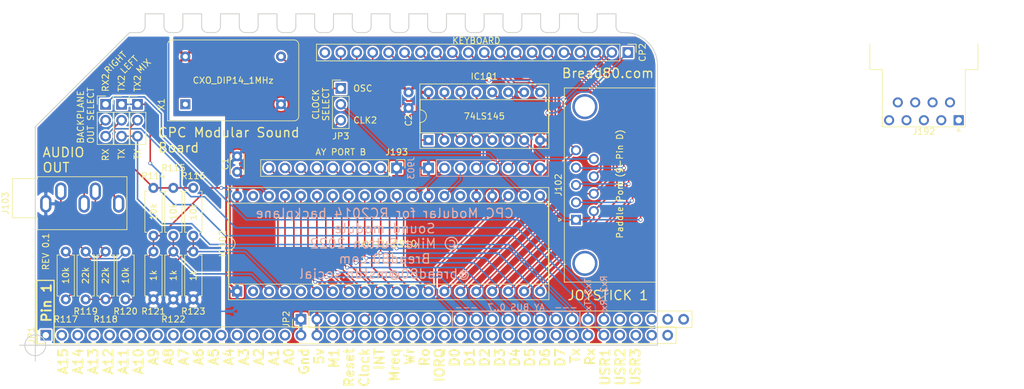
<source format=kicad_pcb>
(kicad_pcb (version 20171130) (host pcbnew "(5.1.12)-1")
  (layers (0 F.Cu signal) (31 B.Cu signal) (34 B.Paste user) (35 F.Paste user) (36 B.SilkS user) (37 F.SilkS user) (38 B.Mask user) (39 F.Mask user) (44 Edge.Cuts user))
  (net 0 "")
  (net 1 GND)
  (net 2 +5V)
  (net 3 "Net-(CP2-Pad20)")
  (net 4 /IO_SOUND/Y1)
  (net 5 /IO_SOUND/Y2)
  (net 6 /IO_SOUND/Y3)
  (net 7 /IO_SOUND/Y4)
  (net 8 /IO_SOUND/Y5)
  (net 9 /IO_SOUND/Y6)
  (net 10 /IO_SOUND/COM_2)
  (net 11 /IO_SOUND/Y8)
  (net 12 /IO_SOUND/Y9)
  (net 13 /IO_SOUND/AYA7)
  (net 14 /IO_SOUND/AYA6)
  (net 15 /IO_SOUND/AYA5)
  (net 16 /IO_SOUND/AYA4)
  (net 17 /IO_SOUND/AYA3)
  (net 18 /IO_SOUND/AYA2)
  (net 19 /IO_SOUND/AYA1)
  (net 20 /IO_SOUND/AYA0)
  (net 21 /IO_SOUND/COMMON)
  (net 22 "Net-(IC102-Pad39)")
  (net 23 /IO_SOUND/C)
  (net 24 "Net-(IC102-Pad13)")
  (net 25 "Net-(IC102-Pad12)")
  (net 26 "Net-(IC102-Pad11)")
  (net 27 "Net-(IC102-Pad10)")
  (net 28 "Net-(IC102-Pad9)")
  (net 29 "Net-(IC102-Pad8)")
  (net 30 "Net-(IC102-Pad7)")
  (net 31 "Net-(IC102-Pad26)")
  (net 32 "Net-(IC102-Pad6)")
  (net 33 "Net-(IC102-Pad5)")
  (net 34 /IO_SOUND/A)
  (net 35 /IO_SOUND/~RESET)
  (net 36 /IO_SOUND/B)
  (net 37 /IO_SOUND/SOUND_CLK)
  (net 38 "Net-(IC102-Pad2)")
  (net 39 "Net-(JP1-Pad40)")
  (net 40 "Net-(JP1-Pad38)")
  (net 41 "Net-(JP1-Pad37)")
  (net 42 "Net-(JP1-Pad36)")
  (net 43 "Net-(JP1-Pad35)")
  (net 44 "Net-(JP1-Pad23)")
  (net 45 "Net-(JP1-Pad22)")
  (net 46 "Net-(JP1-Pad21)")
  (net 47 "Net-(JP1-Pad19)")
  (net 48 "Net-(JP1-Pad16)")
  (net 49 "Net-(JP1-Pad15)")
  (net 50 "Net-(JP1-Pad14)")
  (net 51 "Net-(JP1-Pad13)")
  (net 52 "Net-(JP1-Pad12)")
  (net 53 "Net-(JP1-Pad11)")
  (net 54 "Net-(JP1-Pad10)")
  (net 55 "Net-(JP1-Pad9)")
  (net 56 "Net-(JP1-Pad6)")
  (net 57 "Net-(JP1-Pad4)")
  (net 58 "Net-(JP1-Pad3)")
  (net 59 "Net-(JP1-Pad2)")
  (net 60 "Net-(JP1-Pad1)")
  (net 61 "Net-(JP2-Pad24)")
  (net 62 /IO_SOUND/SOUND)
  (net 63 "Net-(JP2-Pad10)")
  (net 64 "Net-(JP2-Pad9)")
  (net 65 "Net-(JP2-Pad8)")
  (net 66 "Net-(JP2-Pad7)")
  (net 67 "Net-(JP2-Pad6)")
  (net 68 "Net-(JP2-Pad4)")
  (net 69 "Net-(JP2-Pad3)")
  (net 70 PC0)
  (net 71 PC1)
  (net 72 PC2)
  (net 73 PC3)
  (net 74 PA0)
  (net 75 PA1)
  (net 76 PA2)
  (net 77 PA3)
  (net 78 PA4)
  (net 79 PA5)
  (net 80 PA6)
  (net 81 PA7)
  (net 82 /IO_SOUND/BC1)
  (net 83 /IO_SOUND/BDIR)
  (net 84 "Net-(J103-PadR)")
  (net 85 "Net-(J103-PadT)")
  (net 86 "Net-(JP1-Pad39)")
  (net 87 "Net-(JP1-Pad34)")
  (net 88 "Net-(JP1-Pad33)")
  (net 89 "Net-(JP1-Pad32)")
  (net 90 "Net-(JP1-Pad31)")
  (net 91 "Net-(JP1-Pad30)")
  (net 92 "Net-(JP1-Pad29)")
  (net 93 "Net-(JP1-Pad28)")
  (net 94 "Net-(JP1-Pad27)")
  (net 95 "Net-(JP1-Pad26)")
  (net 96 "Net-(JP1-Pad25)")
  (net 97 "Net-(JP1-Pad24)")
  (net 98 "Net-(JP1-Pad8)")
  (net 99 "Net-(JP1-Pad7)")
  (net 100 "Net-(JP1-Pad5)")
  (net 101 "Net-(JP2-Pad23)")
  (net 102 "Net-(JP2-Pad22)")
  (net 103 "Net-(JP2-Pad21)")
  (net 104 "Net-(JP2-Pad20)")
  (net 105 "Net-(JP2-Pad19)")
  (net 106 /IO_SOUND/ARIGHT)
  (net 107 /IO_SOUND/ALEFT)
  (net 108 "Net-(IC102-Pad22)")
  (net 109 "Net-(JP3-Pad1)")
  (net 110 "Net-(X1-Pad1)")
  (net 111 GNDA)
  (module NetTie:NetTie-2_SMD_Pad0.5mm (layer B.Cu) (at 184.785 147.955 180)
    (fp_text reference NT1 hide)
    (fp_text value Net-Tie_2)
    (fp_poly (pts (xy -0.5 0.25) (xy 0.5 0.25) (xy 0.5 -0.25) (xy -0.5 -0.25)) (layer B.Cu) (width 0))
    (pad 2 smd circle (at 0.5 0 180) (size 0.5 0.5) (layers B.Cu) (net 111 GNDA))
    (pad 1 smd circle (at -0.5 0 180) (size 0.5 0.5) (layers B.Cu) (net 1 GND))
  )
  (module Connector_PinHeader_2.54mm:PinHeader_1x03_P2.54mm_Vertical (layer F.Cu) (at 165.1 114.935)
    (fp_text reference JP6 hide)
    (fp_text value RIGHT)
    (pad 3 thru_hole oval (at 0 5.08) (size 1.7 1.7) (drill 1) (layers *.Cu *.Mask) (net 42 "Net-(JP1-Pad36)"))
    (pad 2 thru_hole oval (at 0 2.54) (size 1.7 1.7) (drill 1) (layers *.Cu *.Mask) (net 106 /IO_SOUND/ARIGHT))
    (pad 1 thru_hole rect (at 0 0) (size 1.7 1.7) (drill 1) (layers *.Cu *.Mask) (net 104 "Net-(JP2-Pad20)"))
  )
  (module Connector_PinHeader_2.54mm:PinHeader_1x03_P2.54mm_Vertical (layer F.Cu) (at 167.64 114.935)
    (fp_text reference JP5 hide)
    (fp_text value LEFT)
    (pad 3 thru_hole oval (at 0 5.08) (size 1.7 1.7) (drill 1) (layers *.Cu *.Mask) (net 43 "Net-(JP1-Pad35)"))
    (pad 2 thru_hole oval (at 0 2.54) (size 1.7 1.7) (drill 1) (layers *.Cu *.Mask) (net 107 /IO_SOUND/ALEFT))
    (pad 1 thru_hole rect (at 0 0) (size 1.7 1.7) (drill 1) (layers *.Cu *.Mask) (net 105 "Net-(JP2-Pad19)"))
  )
  (module Connector_PinHeader_2.54mm:PinHeader_1x03_P2.54mm_Vertical (layer F.Cu) (at 170.18 114.935)
    (fp_text reference JP4 hide)
    (fp_text value MIX)
    (pad 3 thru_hole oval (at 0 5.08) (size 1.7 1.7) (drill 1) (layers *.Cu *.Mask) (net 43 "Net-(JP1-Pad35)"))
    (pad 2 thru_hole oval (at 0 2.54) (size 1.7 1.7) (drill 1) (layers *.Cu *.Mask) (net 62 /IO_SOUND/SOUND))
    (pad 1 thru_hole rect (at 0 0) (size 1.7 1.7) (drill 1) (layers *.Cu *.Mask) (net 105 "Net-(JP2-Pad19)"))
  )
  (module Connector_PinHeader_2.54mm:PinHeader_1x09_P2.54mm_Vertical (layer F.Cu) (at 211.455 125.095 270)
    (fp_text reference J193 (at -2.54 0 180) (layer F.SilkS))
    (fp_text value Conn_01x09_Male)
    (pad 9 thru_hole oval (at 0 20.32 270) (size 1.7 1.7) (drill 1) (layers *.Cu *.Mask) (net 32 "Net-(IC102-Pad6)"))
    (pad 8 thru_hole oval (at 0 17.78 270) (size 1.7 1.7) (drill 1) (layers *.Cu *.Mask) (net 30 "Net-(IC102-Pad7)"))
    (pad 7 thru_hole oval (at 0 15.24 270) (size 1.7 1.7) (drill 1) (layers *.Cu *.Mask) (net 29 "Net-(IC102-Pad8)"))
    (pad 6 thru_hole oval (at 0 12.7 270) (size 1.7 1.7) (drill 1) (layers *.Cu *.Mask) (net 28 "Net-(IC102-Pad9)"))
    (pad 5 thru_hole oval (at 0 10.16 270) (size 1.7 1.7) (drill 1) (layers *.Cu *.Mask) (net 27 "Net-(IC102-Pad10)"))
    (pad 4 thru_hole oval (at 0 7.62 270) (size 1.7 1.7) (drill 1) (layers *.Cu *.Mask) (net 26 "Net-(IC102-Pad11)"))
    (pad 3 thru_hole oval (at 0 5.08 270) (size 1.7 1.7) (drill 1) (layers *.Cu *.Mask) (net 25 "Net-(IC102-Pad12)"))
    (pad 2 thru_hole oval (at 0 2.54 270) (size 1.7 1.7) (drill 1) (layers *.Cu *.Mask) (net 24 "Net-(IC102-Pad13)"))
    (pad 1 thru_hole rect (at 0 0 270) (size 1.7 1.7) (drill 1) (layers *.Cu *.Mask) (net 1 GND))
  )
  (module Oscillator:Oscillator_DIP-14 (layer F.Cu) (at 177.8 114.935)
    (fp_text reference X1 (at -3.81 0 90) (layer F.SilkS))
    (fp_text value CXO_DIP14_1MHz (at 7.62 -3.81) (layer F.SilkS))
    (pad 7 thru_hole circle (at 15.24 0) (size 1.6 1.6) (drill 0.8) (layers *.Cu *.Mask) (net 1 GND))
    (pad 8 thru_hole circle (at 15.24 -7.62) (size 1.6 1.6) (drill 0.8) (layers *.Cu *.Mask) (net 109 "Net-(JP3-Pad1)"))
    (pad 14 thru_hole circle (at 0 -7.62) (size 1.6 1.6) (drill 0.8) (layers *.Cu *.Mask) (net 2 +5V))
    (pad 1 thru_hole rect (at 0 0) (size 1.6 1.6) (drill 0.8) (layers *.Cu *.Mask) (net 110 "Net-(X1-Pad1)"))
  )
  (module Connector_PinHeader_2.54mm:PinHeader_1x03_P2.54mm_Vertical (layer F.Cu) (at 202.565 112.395)
    (fp_text reference JP3 (at 0 7.62) (layer F.SilkS))
    (fp_text value "Osc sel")
    (pad 3 thru_hole oval (at 0 5.08) (size 1.7 1.7) (drill 1) (layers *.Cu *.Mask) (net 37 /IO_SOUND/SOUND_CLK))
    (pad 2 thru_hole oval (at 0 2.54) (size 1.7 1.7) (drill 1) (layers *.Cu *.Mask) (net 108 "Net-(IC102-Pad22)"))
    (pad 1 thru_hole rect (at 0 0) (size 1.7 1.7) (drill 1) (layers *.Cu *.Mask) (net 109 "Net-(JP3-Pad1)"))
  )
  (module Package_DIP:DIP-16_W7.62mm_Socket (layer F.Cu) (at 216.535 120.65 90)
    (fp_text reference IC101 (at 10.16 8.89 180) (layer F.SilkS))
    (fp_text value 74LS145 (at 3.81 8.89 180) (layer F.SilkS))
    (pad 16 thru_hole oval (at 7.62 0 90) (size 1.6 1.6) (drill 0.8) (layers *.Cu *.Mask) (net 2 +5V))
    (pad 8 thru_hole oval (at 0 17.78 90) (size 1.6 1.6) (drill 0.8) (layers *.Cu *.Mask) (net 1 GND))
    (pad 15 thru_hole oval (at 7.62 2.54 90) (size 1.6 1.6) (drill 0.8) (layers *.Cu *.Mask) (net 70 PC0))
    (pad 7 thru_hole oval (at 0 15.24 90) (size 1.6 1.6) (drill 0.8) (layers *.Cu *.Mask) (net 10 /IO_SOUND/COM_2))
    (pad 14 thru_hole oval (at 7.62 5.08 90) (size 1.6 1.6) (drill 0.8) (layers *.Cu *.Mask) (net 71 PC1))
    (pad 6 thru_hole oval (at 0 12.7 90) (size 1.6 1.6) (drill 0.8) (layers *.Cu *.Mask) (net 9 /IO_SOUND/Y6))
    (pad 13 thru_hole oval (at 7.62 7.62 90) (size 1.6 1.6) (drill 0.8) (layers *.Cu *.Mask) (net 72 PC2))
    (pad 5 thru_hole oval (at 0 10.16 90) (size 1.6 1.6) (drill 0.8) (layers *.Cu *.Mask) (net 8 /IO_SOUND/Y5))
    (pad 12 thru_hole oval (at 7.62 10.16 90) (size 1.6 1.6) (drill 0.8) (layers *.Cu *.Mask) (net 73 PC3))
    (pad 4 thru_hole oval (at 0 7.62 90) (size 1.6 1.6) (drill 0.8) (layers *.Cu *.Mask) (net 7 /IO_SOUND/Y4))
    (pad 11 thru_hole oval (at 7.62 12.7 90) (size 1.6 1.6) (drill 0.8) (layers *.Cu *.Mask) (net 21 /IO_SOUND/COMMON))
    (pad 3 thru_hole oval (at 0 5.08 90) (size 1.6 1.6) (drill 0.8) (layers *.Cu *.Mask) (net 6 /IO_SOUND/Y3))
    (pad 10 thru_hole oval (at 7.62 15.24 90) (size 1.6 1.6) (drill 0.8) (layers *.Cu *.Mask) (net 12 /IO_SOUND/Y9))
    (pad 2 thru_hole oval (at 0 2.54 90) (size 1.6 1.6) (drill 0.8) (layers *.Cu *.Mask) (net 5 /IO_SOUND/Y2))
    (pad 9 thru_hole oval (at 7.62 17.78 90) (size 1.6 1.6) (drill 0.8) (layers *.Cu *.Mask) (net 11 /IO_SOUND/Y8))
    (pad 1 thru_hole rect (at 0 0 90) (size 1.6 1.6) (drill 0.8) (layers *.Cu *.Mask) (net 4 /IO_SOUND/Y1))
  )
  (module Connector_PinSocket_2.54mm:PinSocket_1x08_P2.54mm_Vertical (layer B.Cu) (at 216.535 125.095 270)
    (fp_text reference J903 (at 0 2.77 270) (layer B.SilkS) (effects (justify mirror)))
    (fp_text value Conn_01x08_Female)
    (pad 8 thru_hole oval (at 0 -17.78 270) (size 1.7 1.7) (drill 1) (layers *.Cu *.Mask) (net 1 GND))
    (pad 7 thru_hole oval (at 0 -15.24 270) (size 1.7 1.7) (drill 1) (layers *.Cu *.Mask) (net 73 PC3))
    (pad 6 thru_hole oval (at 0 -12.7 270) (size 1.7 1.7) (drill 1) (layers *.Cu *.Mask) (net 72 PC2))
    (pad 5 thru_hole oval (at 0 -10.16 270) (size 1.7 1.7) (drill 1) (layers *.Cu *.Mask) (net 71 PC1))
    (pad 4 thru_hole oval (at 0 -7.62 270) (size 1.7 1.7) (drill 1) (layers *.Cu *.Mask) (net 70 PC0))
    (pad 3 thru_hole oval (at 0 -5.08 270) (size 1.7 1.7) (drill 1) (layers *.Cu *.Mask) (net 83 /IO_SOUND/BDIR))
    (pad 2 thru_hole oval (at 0 -2.54 270) (size 1.7 1.7) (drill 1) (layers *.Cu *.Mask) (net 82 /IO_SOUND/BC1))
    (pad 1 thru_hole rect (at 0 0 270) (size 1.7 1.7) (drill 1) (layers *.Cu *.Mask) (net 1 GND))
  )
  (module Connector_Audio:Jack_3.5mm_CUI_SJ1-3535NG_Horizontal (layer F.Cu) (at 155.575 130.81 90)
    (fp_text reference J103 (at 0.1 -6.45 90) (layer F.SilkS))
    (fp_text value AudioJack3_Ground_SwitchTR)
    (pad RN thru_hole oval (at 0 6.1 90) (size 2.8 1.8) (drill oval 2 1) (layers *.Cu *.Mask) (net 106 /IO_SOUND/ARIGHT))
    (pad TN thru_hole oval (at 0 11.6 90) (size 2.8 1.8) (drill oval 2 1) (layers *.Cu *.Mask) (net 107 /IO_SOUND/ALEFT))
    (pad R thru_hole oval (at 2 7.9 90) (size 2.8 1.8) (drill oval 2 1) (layers *.Cu *.Mask) (net 84 "Net-(J103-PadR)"))
    (pad T thru_hole oval (at 2 2.4 90) (size 2.8 1.8) (drill oval 2 1) (layers *.Cu *.Mask) (net 85 "Net-(J103-PadT)"))
    (pad S thru_hole oval (at 0 0 90) (size 2.8 1.8) (drill oval 2 1) (layers *.Cu *.Mask) (net 111 GNDA))
  )
  (module Connector_Dsub:DSUB-9_Male_Horizontal_P2.77x2.84mm_EdgePinOffset9.90mm_Housed_MountingHolesOffset11.32mm (layer F.Cu) (at 240.03 133.35 90)
    (fp_text reference J102 (at 5.54 -2.8 90) (layer F.SilkS))
    (fp_text value "Paddle Port (9-Pin D)" (at 5.715 6.985 90) (layer F.SilkS))
    (pad 0 thru_hole circle (at 18.04 1.42 90) (size 4 4) (drill 3.2) (layers *.Cu *.Mask))
    (pad 0 thru_hole circle (at -6.96 1.42 90) (size 4 4) (drill 3.2) (layers *.Cu *.Mask))
    (pad 9 thru_hole circle (at 9.695 2.84 90) (size 1.6 1.6) (drill 1) (layers *.Cu *.Mask) (net 10 /IO_SOUND/COM_2))
    (pad 8 thru_hole circle (at 6.925 2.84 90) (size 1.6 1.6) (drill 1) (layers *.Cu *.Mask) (net 21 /IO_SOUND/COMMON))
    (pad 7 thru_hole circle (at 4.155 2.84 90) (size 1.6 1.6) (drill 1) (layers *.Cu *.Mask) (net 15 /IO_SOUND/AYA5))
    (pad 6 thru_hole circle (at 1.385 2.84 90) (size 1.6 1.6) (drill 1) (layers *.Cu *.Mask) (net 16 /IO_SOUND/AYA4))
    (pad 5 thru_hole circle (at 11.08 0 90) (size 1.6 1.6) (drill 1) (layers *.Cu *.Mask) (net 14 /IO_SOUND/AYA6))
    (pad 4 thru_hole circle (at 8.31 0 90) (size 1.6 1.6) (drill 1) (layers *.Cu *.Mask) (net 17 /IO_SOUND/AYA3))
    (pad 3 thru_hole circle (at 5.54 0 90) (size 1.6 1.6) (drill 1) (layers *.Cu *.Mask) (net 18 /IO_SOUND/AYA2))
    (pad 2 thru_hole circle (at 2.77 0 90) (size 1.6 1.6) (drill 1) (layers *.Cu *.Mask) (net 19 /IO_SOUND/AYA1))
    (pad 1 thru_hole rect (at 0 0 90) (size 1.6 1.6) (drill 1) (layers *.Cu *.Mask) (net 20 /IO_SOUND/AYA0))
  )
  (module Resistor_THT:R_Axial_DIN0207_L6.3mm_D2.5mm_P7.62mm_Horizontal (layer F.Cu) (at 179.07 146.05 90)
    (fp_text reference R123 (at -1.905 0 180) (layer F.SilkS))
    (fp_text value 1k (at 3.81 0 90) (layer F.SilkS))
    (pad 2 thru_hole oval (at 7.62 0 90) (size 1.6 1.6) (drill 0.8) (layers *.Cu *.Mask) (net 34 /IO_SOUND/A))
    (pad 1 thru_hole circle (at 0 0 90) (size 1.6 1.6) (drill 0.8) (layers *.Cu *.Mask) (net 111 GNDA))
  )
  (module Resistor_THT:R_Axial_DIN0207_L6.3mm_D2.5mm_P7.62mm_Horizontal (layer F.Cu) (at 175.895 146.05 90)
    (fp_text reference R122 (at -3.175 0 180) (layer F.SilkS))
    (fp_text value 1k (at 3.81 0 90) (layer F.SilkS))
    (pad 2 thru_hole oval (at 7.62 0 90) (size 1.6 1.6) (drill 0.8) (layers *.Cu *.Mask) (net 36 /IO_SOUND/B))
    (pad 1 thru_hole circle (at 0 0 90) (size 1.6 1.6) (drill 0.8) (layers *.Cu *.Mask) (net 111 GNDA))
  )
  (module Resistor_THT:R_Axial_DIN0207_L6.3mm_D2.5mm_P7.62mm_Horizontal (layer F.Cu) (at 172.72 146.05 90)
    (fp_text reference R121 (at -1.905 0 180) (layer F.SilkS))
    (fp_text value 1k (at 3.81 0 90) (layer F.SilkS))
    (pad 2 thru_hole oval (at 7.62 0 90) (size 1.6 1.6) (drill 0.8) (layers *.Cu *.Mask) (net 23 /IO_SOUND/C))
    (pad 1 thru_hole circle (at 0 0 90) (size 1.6 1.6) (drill 0.8) (layers *.Cu *.Mask) (net 111 GNDA))
  )
  (module Resistor_THT:R_Axial_DIN0207_L6.3mm_D2.5mm_P7.62mm_Horizontal (layer F.Cu) (at 168.275 138.43 270)
    (fp_text reference R120 (at 9.525 0 180) (layer F.SilkS))
    (fp_text value 10k (at 3.81 0 90) (layer F.SilkS))
    (pad 2 thru_hole oval (at 7.62 0 270) (size 1.6 1.6) (drill 0.8) (layers *.Cu *.Mask) (net 34 /IO_SOUND/A))
    (pad 1 thru_hole circle (at 0 0 270) (size 1.6 1.6) (drill 0.8) (layers *.Cu *.Mask) (net 85 "Net-(J103-PadT)"))
  )
  (module Resistor_THT:R_Axial_DIN0207_L6.3mm_D2.5mm_P7.62mm_Horizontal (layer F.Cu) (at 161.925 138.43 270)
    (fp_text reference R119 (at 9.525 0 180) (layer F.SilkS))
    (fp_text value 22k (at 3.81 0 90) (layer F.SilkS))
    (pad 2 thru_hole oval (at 7.62 0 270) (size 1.6 1.6) (drill 0.8) (layers *.Cu *.Mask) (net 36 /IO_SOUND/B))
    (pad 1 thru_hole circle (at 0 0 270) (size 1.6 1.6) (drill 0.8) (layers *.Cu *.Mask) (net 85 "Net-(J103-PadT)"))
  )
  (module Resistor_THT:R_Axial_DIN0207_L6.3mm_D2.5mm_P7.62mm_Horizontal (layer F.Cu) (at 165.1 138.43 270)
    (fp_text reference R118 (at 10.795 0 180) (layer F.SilkS))
    (fp_text value 22k (at 3.81 0 90) (layer F.SilkS))
    (pad 2 thru_hole oval (at 7.62 0 270) (size 1.6 1.6) (drill 0.8) (layers *.Cu *.Mask) (net 36 /IO_SOUND/B))
    (pad 1 thru_hole circle (at 0 0 270) (size 1.6 1.6) (drill 0.8) (layers *.Cu *.Mask) (net 84 "Net-(J103-PadR)"))
  )
  (module Resistor_THT:R_Axial_DIN0207_L6.3mm_D2.5mm_P7.62mm_Horizontal (layer F.Cu) (at 158.75 138.43 270)
    (fp_text reference R117 (at 10.795 0 180) (layer F.SilkS))
    (fp_text value 10k (at 3.81 0 90) (layer F.SilkS))
    (pad 2 thru_hole oval (at 7.62 0 270) (size 1.6 1.6) (drill 0.8) (layers *.Cu *.Mask) (net 23 /IO_SOUND/C))
    (pad 1 thru_hole circle (at 0 0 270) (size 1.6 1.6) (drill 0.8) (layers *.Cu *.Mask) (net 84 "Net-(J103-PadR)"))
  )
  (module Resistor_THT:R_Axial_DIN0207_L6.3mm_D2.5mm_P7.62mm_Horizontal (layer F.Cu) (at 179.07 135.89 90)
    (fp_text reference R116 (at 9.525 0 180) (layer F.SilkS))
    (fp_text value 10k (at 3.81 0 90) (layer F.SilkS))
    (pad 2 thru_hole oval (at 7.62 0 90) (size 1.6 1.6) (drill 0.8) (layers *.Cu *.Mask) (net 62 /IO_SOUND/SOUND))
    (pad 1 thru_hole circle (at 0 0 90) (size 1.6 1.6) (drill 0.8) (layers *.Cu *.Mask) (net 34 /IO_SOUND/A))
  )
  (module Resistor_THT:R_Axial_DIN0207_L6.3mm_D2.5mm_P7.62mm_Horizontal (layer F.Cu) (at 175.895 135.89 90)
    (fp_text reference R115 (at 10.795 0 180) (layer F.SilkS))
    (fp_text value 10k (at 3.81 0 90) (layer F.SilkS))
    (pad 2 thru_hole oval (at 7.62 0 90) (size 1.6 1.6) (drill 0.8) (layers *.Cu *.Mask) (net 62 /IO_SOUND/SOUND))
    (pad 1 thru_hole circle (at 0 0 90) (size 1.6 1.6) (drill 0.8) (layers *.Cu *.Mask) (net 36 /IO_SOUND/B))
  )
  (module Resistor_THT:R_Axial_DIN0207_L6.3mm_D2.5mm_P7.62mm_Horizontal (layer F.Cu) (at 172.72 135.89 90)
    (fp_text reference R114 (at 9.525 0 180) (layer F.SilkS))
    (fp_text value 10k (at 3.81 0 90) (layer F.SilkS))
    (pad 2 thru_hole oval (at 7.62 0 90) (size 1.6 1.6) (drill 0.8) (layers *.Cu *.Mask) (net 62 /IO_SOUND/SOUND))
    (pad 1 thru_hole circle (at 0 0 90) (size 1.6 1.6) (drill 0.8) (layers *.Cu *.Mask) (net 23 /IO_SOUND/C))
  )
  (module Connector_PinHeader_2.54mm:PinHeader_1x25_P2.54mm_Vertical (layer F.Cu) (at 196.215 149.225 90)
    (fp_text reference JP2 (at 0 -2.33 90) (layer F.SilkS))
    (fp_text value RC2014ExtendedBus)
    (pad 25 thru_hole oval (at 0 60.96 90) (size 1.7 1.7) (drill 1) (layers *.Cu *.Mask))
    (pad 24 thru_hole oval (at 0 58.42 90) (size 1.7 1.7) (drill 1) (layers *.Cu *.Mask) (net 61 "Net-(JP2-Pad24)"))
    (pad 23 thru_hole oval (at 0 55.88 90) (size 1.7 1.7) (drill 1) (layers *.Cu *.Mask) (net 101 "Net-(JP2-Pad23)"))
    (pad 22 thru_hole oval (at 0 53.34 90) (size 1.7 1.7) (drill 1) (layers *.Cu *.Mask) (net 102 "Net-(JP2-Pad22)"))
    (pad 21 thru_hole oval (at 0 50.8 90) (size 1.7 1.7) (drill 1) (layers *.Cu *.Mask) (net 103 "Net-(JP2-Pad21)"))
    (pad 20 thru_hole oval (at 0 48.26 90) (size 1.7 1.7) (drill 1) (layers *.Cu *.Mask) (net 104 "Net-(JP2-Pad20)"))
    (pad 19 thru_hole oval (at 0 45.72 90) (size 1.7 1.7) (drill 1) (layers *.Cu *.Mask) (net 105 "Net-(JP2-Pad19)"))
    (pad 18 thru_hole oval (at 0 43.18 90) (size 1.7 1.7) (drill 1) (layers *.Cu *.Mask) (net 81 PA7))
    (pad 17 thru_hole oval (at 0 40.64 90) (size 1.7 1.7) (drill 1) (layers *.Cu *.Mask) (net 80 PA6))
    (pad 16 thru_hole oval (at 0 38.1 90) (size 1.7 1.7) (drill 1) (layers *.Cu *.Mask) (net 79 PA5))
    (pad 15 thru_hole oval (at 0 35.56 90) (size 1.7 1.7) (drill 1) (layers *.Cu *.Mask) (net 78 PA4))
    (pad 14 thru_hole oval (at 0 33.02 90) (size 1.7 1.7) (drill 1) (layers *.Cu *.Mask) (net 77 PA3))
    (pad 13 thru_hole oval (at 0 30.48 90) (size 1.7 1.7) (drill 1) (layers *.Cu *.Mask) (net 76 PA2))
    (pad 12 thru_hole oval (at 0 27.94 90) (size 1.7 1.7) (drill 1) (layers *.Cu *.Mask) (net 75 PA1))
    (pad 11 thru_hole oval (at 0 25.4 90) (size 1.7 1.7) (drill 1) (layers *.Cu *.Mask) (net 74 PA0))
    (pad 10 thru_hole oval (at 0 22.86 90) (size 1.7 1.7) (drill 1) (layers *.Cu *.Mask) (net 63 "Net-(JP2-Pad10)"))
    (pad 9 thru_hole oval (at 0 20.32 90) (size 1.7 1.7) (drill 1) (layers *.Cu *.Mask) (net 64 "Net-(JP2-Pad9)"))
    (pad 8 thru_hole oval (at 0 17.78 90) (size 1.7 1.7) (drill 1) (layers *.Cu *.Mask) (net 65 "Net-(JP2-Pad8)"))
    (pad 7 thru_hole oval (at 0 15.24 90) (size 1.7 1.7) (drill 1) (layers *.Cu *.Mask) (net 66 "Net-(JP2-Pad7)"))
    (pad 6 thru_hole oval (at 0 12.7 90) (size 1.7 1.7) (drill 1) (layers *.Cu *.Mask) (net 67 "Net-(JP2-Pad6)"))
    (pad 5 thru_hole oval (at 0 10.16 90) (size 1.7 1.7) (drill 1) (layers *.Cu *.Mask) (net 37 /IO_SOUND/SOUND_CLK))
    (pad 4 thru_hole oval (at 0 7.62 90) (size 1.7 1.7) (drill 1) (layers *.Cu *.Mask) (net 68 "Net-(JP2-Pad4)"))
    (pad 3 thru_hole oval (at 0 5.08 90) (size 1.7 1.7) (drill 1) (layers *.Cu *.Mask) (net 69 "Net-(JP2-Pad3)"))
    (pad 2 thru_hole oval (at 0 2.54 90) (size 1.7 1.7) (drill 1) (layers *.Cu *.Mask) (net 2 +5V))
    (pad 1 thru_hole rect (at 0 0 90) (size 1.7 1.7) (drill 1) (layers *.Cu *.Mask) (net 1 GND))
  )
  (module Connector_PinHeader_2.54mm:PinHeader_1x40_P2.54mm_Vertical (layer F.Cu) (at 155.575 151.765 90)
    (fp_text reference JP1 (at 0 -2.33 90) (layer F.SilkS))
    (fp_text value RC2014Bus)
    (pad 40 thru_hole oval (at 0 99.06 90) (size 1.7 1.7) (drill 1) (layers *.Cu *.Mask) (net 39 "Net-(JP1-Pad40)"))
    (pad 39 thru_hole oval (at 0 96.52 90) (size 1.7 1.7) (drill 1) (layers *.Cu *.Mask) (net 86 "Net-(JP1-Pad39)"))
    (pad 38 thru_hole oval (at 0 93.98 90) (size 1.7 1.7) (drill 1) (layers *.Cu *.Mask) (net 40 "Net-(JP1-Pad38)"))
    (pad 37 thru_hole oval (at 0 91.44 90) (size 1.7 1.7) (drill 1) (layers *.Cu *.Mask) (net 41 "Net-(JP1-Pad37)"))
    (pad 36 thru_hole oval (at 0 88.9 90) (size 1.7 1.7) (drill 1) (layers *.Cu *.Mask) (net 42 "Net-(JP1-Pad36)"))
    (pad 35 thru_hole oval (at 0 86.36 90) (size 1.7 1.7) (drill 1) (layers *.Cu *.Mask) (net 43 "Net-(JP1-Pad35)"))
    (pad 34 thru_hole oval (at 0 83.82 90) (size 1.7 1.7) (drill 1) (layers *.Cu *.Mask) (net 87 "Net-(JP1-Pad34)"))
    (pad 33 thru_hole oval (at 0 81.28 90) (size 1.7 1.7) (drill 1) (layers *.Cu *.Mask) (net 88 "Net-(JP1-Pad33)"))
    (pad 32 thru_hole oval (at 0 78.74 90) (size 1.7 1.7) (drill 1) (layers *.Cu *.Mask) (net 89 "Net-(JP1-Pad32)"))
    (pad 31 thru_hole oval (at 0 76.2 90) (size 1.7 1.7) (drill 1) (layers *.Cu *.Mask) (net 90 "Net-(JP1-Pad31)"))
    (pad 30 thru_hole oval (at 0 73.66 90) (size 1.7 1.7) (drill 1) (layers *.Cu *.Mask) (net 91 "Net-(JP1-Pad30)"))
    (pad 29 thru_hole oval (at 0 71.12 90) (size 1.7 1.7) (drill 1) (layers *.Cu *.Mask) (net 92 "Net-(JP1-Pad29)"))
    (pad 28 thru_hole oval (at 0 68.58 90) (size 1.7 1.7) (drill 1) (layers *.Cu *.Mask) (net 93 "Net-(JP1-Pad28)"))
    (pad 27 thru_hole oval (at 0 66.04 90) (size 1.7 1.7) (drill 1) (layers *.Cu *.Mask) (net 94 "Net-(JP1-Pad27)"))
    (pad 26 thru_hole oval (at 0 63.5 90) (size 1.7 1.7) (drill 1) (layers *.Cu *.Mask) (net 95 "Net-(JP1-Pad26)"))
    (pad 25 thru_hole oval (at 0 60.96 90) (size 1.7 1.7) (drill 1) (layers *.Cu *.Mask) (net 96 "Net-(JP1-Pad25)"))
    (pad 24 thru_hole oval (at 0 58.42 90) (size 1.7 1.7) (drill 1) (layers *.Cu *.Mask) (net 97 "Net-(JP1-Pad24)"))
    (pad 23 thru_hole oval (at 0 55.88 90) (size 1.7 1.7) (drill 1) (layers *.Cu *.Mask) (net 44 "Net-(JP1-Pad23)"))
    (pad 22 thru_hole oval (at 0 53.34 90) (size 1.7 1.7) (drill 1) (layers *.Cu *.Mask) (net 45 "Net-(JP1-Pad22)"))
    (pad 21 thru_hole oval (at 0 50.8 90) (size 1.7 1.7) (drill 1) (layers *.Cu *.Mask) (net 46 "Net-(JP1-Pad21)"))
    (pad 20 thru_hole oval (at 0 48.26 90) (size 1.7 1.7) (drill 1) (layers *.Cu *.Mask) (net 35 /IO_SOUND/~RESET))
    (pad 19 thru_hole oval (at 0 45.72 90) (size 1.7 1.7) (drill 1) (layers *.Cu *.Mask) (net 47 "Net-(JP1-Pad19)"))
    (pad 18 thru_hole oval (at 0 43.18 90) (size 1.7 1.7) (drill 1) (layers *.Cu *.Mask) (net 2 +5V))
    (pad 17 thru_hole oval (at 0 40.64 90) (size 1.7 1.7) (drill 1) (layers *.Cu *.Mask) (net 1 GND))
    (pad 16 thru_hole oval (at 0 38.1 90) (size 1.7 1.7) (drill 1) (layers *.Cu *.Mask) (net 48 "Net-(JP1-Pad16)"))
    (pad 15 thru_hole oval (at 0 35.56 90) (size 1.7 1.7) (drill 1) (layers *.Cu *.Mask) (net 49 "Net-(JP1-Pad15)"))
    (pad 14 thru_hole oval (at 0 33.02 90) (size 1.7 1.7) (drill 1) (layers *.Cu *.Mask) (net 50 "Net-(JP1-Pad14)"))
    (pad 13 thru_hole oval (at 0 30.48 90) (size 1.7 1.7) (drill 1) (layers *.Cu *.Mask) (net 51 "Net-(JP1-Pad13)"))
    (pad 12 thru_hole oval (at 0 27.94 90) (size 1.7 1.7) (drill 1) (layers *.Cu *.Mask) (net 52 "Net-(JP1-Pad12)"))
    (pad 11 thru_hole oval (at 0 25.4 90) (size 1.7 1.7) (drill 1) (layers *.Cu *.Mask) (net 53 "Net-(JP1-Pad11)"))
    (pad 10 thru_hole oval (at 0 22.86 90) (size 1.7 1.7) (drill 1) (layers *.Cu *.Mask) (net 54 "Net-(JP1-Pad10)"))
    (pad 9 thru_hole oval (at 0 20.32 90) (size 1.7 1.7) (drill 1) (layers *.Cu *.Mask) (net 55 "Net-(JP1-Pad9)"))
    (pad 8 thru_hole oval (at 0 17.78 90) (size 1.7 1.7) (drill 1) (layers *.Cu *.Mask) (net 98 "Net-(JP1-Pad8)"))
    (pad 7 thru_hole oval (at 0 15.24 90) (size 1.7 1.7) (drill 1) (layers *.Cu *.Mask) (net 99 "Net-(JP1-Pad7)"))
    (pad 6 thru_hole oval (at 0 12.7 90) (size 1.7 1.7) (drill 1) (layers *.Cu *.Mask) (net 56 "Net-(JP1-Pad6)"))
    (pad 5 thru_hole oval (at 0 10.16 90) (size 1.7 1.7) (drill 1) (layers *.Cu *.Mask) (net 100 "Net-(JP1-Pad5)"))
    (pad 4 thru_hole oval (at 0 7.62 90) (size 1.7 1.7) (drill 1) (layers *.Cu *.Mask) (net 57 "Net-(JP1-Pad4)"))
    (pad 3 thru_hole oval (at 0 5.08 90) (size 1.7 1.7) (drill 1) (layers *.Cu *.Mask) (net 58 "Net-(JP1-Pad3)"))
    (pad 2 thru_hole oval (at 0 2.54 90) (size 1.7 1.7) (drill 1) (layers *.Cu *.Mask) (net 59 "Net-(JP1-Pad2)"))
    (pad 1 thru_hole rect (at 0 0 90) (size 1.7 1.7) (drill 1) (layers *.Cu *.Mask) (net 60 "Net-(JP1-Pad1)"))
  )
  (module Connector_Dsub:DSUB-9_Male_Horizontal_P2.77x2.84mm_EdgePinOffset9.40mm (layer F.Cu) (at 300.99 117.475 180)
    (fp_text reference J192 (at 5.54 -1.8) (layer F.SilkS))
    (fp_text value "Paddle Port 2 (9-Pin D)")
    (pad 9 thru_hole circle (at 9.695 2.84 180) (size 1.6 1.6) (drill 1) (layers *.Cu *.Mask) (net 21 /IO_SOUND/COMMON))
    (pad 8 thru_hole circle (at 6.925 2.84 180) (size 1.6 1.6) (drill 1) (layers *.Cu *.Mask) (net 10 /IO_SOUND/COM_2))
    (pad 7 thru_hole circle (at 4.155 2.84 180) (size 1.6 1.6) (drill 1) (layers *.Cu *.Mask) (net 14 /IO_SOUND/AYA6))
    (pad 6 thru_hole circle (at 1.385 2.84 180) (size 1.6 1.6) (drill 1) (layers *.Cu *.Mask) (net 15 /IO_SOUND/AYA5))
    (pad 5 thru_hole circle (at 11.08 0 180) (size 1.6 1.6) (drill 1) (layers *.Cu *.Mask) (net 16 /IO_SOUND/AYA4))
    (pad 4 thru_hole circle (at 8.31 0 180) (size 1.6 1.6) (drill 1) (layers *.Cu *.Mask) (net 17 /IO_SOUND/AYA3))
    (pad 3 thru_hole circle (at 5.54 0 180) (size 1.6 1.6) (drill 1) (layers *.Cu *.Mask) (net 18 /IO_SOUND/AYA2))
    (pad 2 thru_hole circle (at 2.77 0 180) (size 1.6 1.6) (drill 1) (layers *.Cu *.Mask) (net 19 /IO_SOUND/AYA1))
    (pad 1 thru_hole rect (at 0 0 180) (size 1.6 1.6) (drill 1) (layers *.Cu *.Mask) (net 20 /IO_SOUND/AYA0))
  )
  (module Package_DIP:DIP-40_W15.24mm_Socket (layer F.Cu) (at 186.055 144.78 90)
    (fp_text reference IC102 (at 7.62 -2.33 90) (layer F.SilkS))
    (fp_text value AY-3-8910 (at 7.62 24.13 180) (layer F.SilkS))
    (pad 40 thru_hole oval (at 15.24 0 90) (size 1.6 1.6) (drill 0.8) (layers *.Cu *.Mask) (net 2 +5V))
    (pad 20 thru_hole oval (at 0 48.26 90) (size 1.6 1.6) (drill 0.8) (layers *.Cu *.Mask) (net 19 /IO_SOUND/AYA1))
    (pad 39 thru_hole oval (at 15.24 2.54 90) (size 1.6 1.6) (drill 0.8) (layers *.Cu *.Mask) (net 22 "Net-(IC102-Pad39)"))
    (pad 19 thru_hole oval (at 0 45.72 90) (size 1.6 1.6) (drill 0.8) (layers *.Cu *.Mask) (net 18 /IO_SOUND/AYA2))
    (pad 38 thru_hole oval (at 15.24 5.08 90) (size 1.6 1.6) (drill 0.8) (layers *.Cu *.Mask) (net 23 /IO_SOUND/C))
    (pad 18 thru_hole oval (at 0 43.18 90) (size 1.6 1.6) (drill 0.8) (layers *.Cu *.Mask) (net 17 /IO_SOUND/AYA3))
    (pad 37 thru_hole oval (at 15.24 7.62 90) (size 1.6 1.6) (drill 0.8) (layers *.Cu *.Mask) (net 74 PA0))
    (pad 17 thru_hole oval (at 0 40.64 90) (size 1.6 1.6) (drill 0.8) (layers *.Cu *.Mask) (net 16 /IO_SOUND/AYA4))
    (pad 36 thru_hole oval (at 15.24 10.16 90) (size 1.6 1.6) (drill 0.8) (layers *.Cu *.Mask) (net 75 PA1))
    (pad 16 thru_hole oval (at 0 38.1 90) (size 1.6 1.6) (drill 0.8) (layers *.Cu *.Mask) (net 15 /IO_SOUND/AYA5))
    (pad 35 thru_hole oval (at 15.24 12.7 90) (size 1.6 1.6) (drill 0.8) (layers *.Cu *.Mask) (net 76 PA2))
    (pad 15 thru_hole oval (at 0 35.56 90) (size 1.6 1.6) (drill 0.8) (layers *.Cu *.Mask) (net 14 /IO_SOUND/AYA6))
    (pad 34 thru_hole oval (at 15.24 15.24 90) (size 1.6 1.6) (drill 0.8) (layers *.Cu *.Mask) (net 77 PA3))
    (pad 14 thru_hole oval (at 0 33.02 90) (size 1.6 1.6) (drill 0.8) (layers *.Cu *.Mask) (net 13 /IO_SOUND/AYA7))
    (pad 33 thru_hole oval (at 15.24 17.78 90) (size 1.6 1.6) (drill 0.8) (layers *.Cu *.Mask) (net 78 PA4))
    (pad 13 thru_hole oval (at 0 30.48 90) (size 1.6 1.6) (drill 0.8) (layers *.Cu *.Mask) (net 24 "Net-(IC102-Pad13)"))
    (pad 32 thru_hole oval (at 15.24 20.32 90) (size 1.6 1.6) (drill 0.8) (layers *.Cu *.Mask) (net 79 PA5))
    (pad 12 thru_hole oval (at 0 27.94 90) (size 1.6 1.6) (drill 0.8) (layers *.Cu *.Mask) (net 25 "Net-(IC102-Pad12)"))
    (pad 31 thru_hole oval (at 15.24 22.86 90) (size 1.6 1.6) (drill 0.8) (layers *.Cu *.Mask) (net 80 PA6))
    (pad 11 thru_hole oval (at 0 25.4 90) (size 1.6 1.6) (drill 0.8) (layers *.Cu *.Mask) (net 26 "Net-(IC102-Pad11)"))
    (pad 30 thru_hole oval (at 15.24 25.4 90) (size 1.6 1.6) (drill 0.8) (layers *.Cu *.Mask) (net 81 PA7))
    (pad 10 thru_hole oval (at 0 22.86 90) (size 1.6 1.6) (drill 0.8) (layers *.Cu *.Mask) (net 27 "Net-(IC102-Pad10)"))
    (pad 29 thru_hole oval (at 15.24 27.94 90) (size 1.6 1.6) (drill 0.8) (layers *.Cu *.Mask) (net 82 /IO_SOUND/BC1))
    (pad 9 thru_hole oval (at 0 20.32 90) (size 1.6 1.6) (drill 0.8) (layers *.Cu *.Mask) (net 28 "Net-(IC102-Pad9)"))
    (pad 28 thru_hole oval (at 15.24 30.48 90) (size 1.6 1.6) (drill 0.8) (layers *.Cu *.Mask) (net 2 +5V))
    (pad 8 thru_hole oval (at 0 17.78 90) (size 1.6 1.6) (drill 0.8) (layers *.Cu *.Mask) (net 29 "Net-(IC102-Pad8)"))
    (pad 27 thru_hole oval (at 15.24 33.02 90) (size 1.6 1.6) (drill 0.8) (layers *.Cu *.Mask) (net 83 /IO_SOUND/BDIR))
    (pad 7 thru_hole oval (at 0 15.24 90) (size 1.6 1.6) (drill 0.8) (layers *.Cu *.Mask) (net 30 "Net-(IC102-Pad7)"))
    (pad 26 thru_hole oval (at 15.24 35.56 90) (size 1.6 1.6) (drill 0.8) (layers *.Cu *.Mask) (net 31 "Net-(IC102-Pad26)"))
    (pad 6 thru_hole oval (at 0 12.7 90) (size 1.6 1.6) (drill 0.8) (layers *.Cu *.Mask) (net 32 "Net-(IC102-Pad6)"))
    (pad 25 thru_hole oval (at 15.24 38.1 90) (size 1.6 1.6) (drill 0.8) (layers *.Cu *.Mask) (net 2 +5V))
    (pad 5 thru_hole oval (at 0 10.16 90) (size 1.6 1.6) (drill 0.8) (layers *.Cu *.Mask) (net 33 "Net-(IC102-Pad5)"))
    (pad 24 thru_hole oval (at 15.24 40.64 90) (size 1.6 1.6) (drill 0.8) (layers *.Cu *.Mask) (net 1 GND))
    (pad 4 thru_hole oval (at 0 7.62 90) (size 1.6 1.6) (drill 0.8) (layers *.Cu *.Mask) (net 34 /IO_SOUND/A))
    (pad 23 thru_hole oval (at 15.24 43.18 90) (size 1.6 1.6) (drill 0.8) (layers *.Cu *.Mask) (net 35 /IO_SOUND/~RESET))
    (pad 3 thru_hole oval (at 0 5.08 90) (size 1.6 1.6) (drill 0.8) (layers *.Cu *.Mask) (net 36 /IO_SOUND/B))
    (pad 22 thru_hole oval (at 15.24 45.72 90) (size 1.6 1.6) (drill 0.8) (layers *.Cu *.Mask) (net 108 "Net-(IC102-Pad22)"))
    (pad 2 thru_hole oval (at 0 2.54 90) (size 1.6 1.6) (drill 0.8) (layers *.Cu *.Mask) (net 38 "Net-(IC102-Pad2)"))
    (pad 21 thru_hole oval (at 15.24 48.26 90) (size 1.6 1.6) (drill 0.8) (layers *.Cu *.Mask) (net 20 /IO_SOUND/AYA0))
    (pad 1 thru_hole rect (at 0 0 90) (size 1.6 1.6) (drill 0.8) (layers *.Cu *.Mask) (net 1 GND))
  )
  (module Connector_PinHeader_2.54mm:PinHeader_1x20_P2.54mm_Vertical (layer F.Cu) (at 248.285 106.68 270)
    (fp_text reference CP2 (at 0 -2.33 90) (layer F.SilkS))
    (fp_text value "Keyboard Connector (20-way inline 2.54mm)")
    (pad 20 thru_hole oval (at 0 48.26 270) (size 1.7 1.7) (drill 1) (layers *.Cu *.Mask) (net 3 "Net-(CP2-Pad20)"))
    (pad 19 thru_hole oval (at 0 45.72 270) (size 1.7 1.7) (drill 1) (layers *.Cu *.Mask) (net 4 /IO_SOUND/Y1))
    (pad 18 thru_hole oval (at 0 43.18 270) (size 1.7 1.7) (drill 1) (layers *.Cu *.Mask) (net 5 /IO_SOUND/Y2))
    (pad 17 thru_hole oval (at 0 40.64 270) (size 1.7 1.7) (drill 1) (layers *.Cu *.Mask) (net 6 /IO_SOUND/Y3))
    (pad 16 thru_hole oval (at 0 38.1 270) (size 1.7 1.7) (drill 1) (layers *.Cu *.Mask) (net 7 /IO_SOUND/Y4))
    (pad 15 thru_hole oval (at 0 35.56 270) (size 1.7 1.7) (drill 1) (layers *.Cu *.Mask) (net 8 /IO_SOUND/Y5))
    (pad 14 thru_hole oval (at 0 33.02 270) (size 1.7 1.7) (drill 1) (layers *.Cu *.Mask) (net 9 /IO_SOUND/Y6))
    (pad 13 thru_hole oval (at 0 30.48 270) (size 1.7 1.7) (drill 1) (layers *.Cu *.Mask) (net 10 /IO_SOUND/COM_2))
    (pad 12 thru_hole oval (at 0 27.94 270) (size 1.7 1.7) (drill 1) (layers *.Cu *.Mask) (net 11 /IO_SOUND/Y8))
    (pad 11 thru_hole oval (at 0 25.4 270) (size 1.7 1.7) (drill 1) (layers *.Cu *.Mask) (net 12 /IO_SOUND/Y9))
    (pad 10 thru_hole oval (at 0 22.86 270) (size 1.7 1.7) (drill 1) (layers *.Cu *.Mask) (net 13 /IO_SOUND/AYA7))
    (pad 9 thru_hole oval (at 0 20.32 270) (size 1.7 1.7) (drill 1) (layers *.Cu *.Mask) (net 14 /IO_SOUND/AYA6))
    (pad 8 thru_hole oval (at 0 17.78 270) (size 1.7 1.7) (drill 1) (layers *.Cu *.Mask) (net 15 /IO_SOUND/AYA5))
    (pad 7 thru_hole oval (at 0 15.24 270) (size 1.7 1.7) (drill 1) (layers *.Cu *.Mask) (net 16 /IO_SOUND/AYA4))
    (pad 6 thru_hole oval (at 0 12.7 270) (size 1.7 1.7) (drill 1) (layers *.Cu *.Mask) (net 17 /IO_SOUND/AYA3))
    (pad 5 thru_hole oval (at 0 10.16 270) (size 1.7 1.7) (drill 1) (layers *.Cu *.Mask) (net 18 /IO_SOUND/AYA2))
    (pad 4 thru_hole oval (at 0 7.62 270) (size 1.7 1.7) (drill 1) (layers *.Cu *.Mask) (net 19 /IO_SOUND/AYA1))
    (pad 3 thru_hole oval (at 0 5.08 270) (size 1.7 1.7) (drill 1) (layers *.Cu *.Mask) (net 20 /IO_SOUND/AYA0))
    (pad 2 thru_hole oval (at 0 2.54 270) (size 1.7 1.7) (drill 1) (layers *.Cu *.Mask) (net 21 /IO_SOUND/COMMON))
    (pad 1 thru_hole rect (at 0 0 270) (size 1.7 1.7) (drill 1) (layers *.Cu *.Mask) (net 13 /IO_SOUND/AYA7))
  )
  (module Capacitor_THT:C_Disc_D3.0mm_W2.0mm_P2.50mm (layer F.Cu) (at 213.36 113.03 270)
    (fp_text reference C2 (at 4.445 0 90) (layer F.SilkS))
    (fp_text value 0.1nF)
    (pad 2 thru_hole circle (at 2.5 0 270) (size 1.6 1.6) (drill 0.8) (layers *.Cu *.Mask) (net 1 GND))
    (pad 1 thru_hole circle (at 0 0 270) (size 1.6 1.6) (drill 0.8) (layers *.Cu *.Mask) (net 2 +5V))
  )
  (module Capacitor_THT:C_Disc_D3.0mm_W2.0mm_P2.50mm (layer F.Cu) (at 186.055 125.73 90)
    (fp_text reference C1 (at 1.27 -1.905 90) (layer F.SilkS))
    (fp_text value 0.1nF)
    (pad 2 thru_hole circle (at 2.5 0 90) (size 1.6 1.6) (drill 0.8) (layers *.Cu *.Mask) (net 1 GND))
    (pad 1 thru_hole circle (at 0 0 90) (size 1.6 1.6) (drill 0.8) (layers *.Cu *.Mask) (net 2 +5V))
  )
  (gr_line (start 156.8958 143.01978) (end 154.14498 143.01978) (layer F.SilkS) (width 0.2))
  (gr_text Rx2/Rx (at 244.475 147.955 90) (layer B.SilkS) (effects (font (size 1 1)) (justify right mirror)))
  (gr_text Tx2/Tx (at 241.935 147.955 90) (layer B.SilkS) (effects (font (size 1 1)) (justify right mirror)))
  (gr_line (start 220.345 147.955) (end 240.665 147.955) (layer B.SilkS) (width 0.15))
  (gr_line (start 220.345 150.495) (end 220.345 147.955) (layer B.SilkS) (width 0.15))
  (gr_line (start 240.665 150.495) (end 220.345 150.495) (layer B.SilkS) (width 0.15))
  (gr_line (start 240.665 147.955) (end 240.665 150.495) (layer B.SilkS) (width 0.15))
  (gr_text "---  AY BUS 0..7  ---" (at 230.505 147.32) (layer B.SilkS) (effects (font (size 1 1)) (justify mirror)))
  (gr_text "BACKPLANE\nOUT SELECT" (at 161.925 121.285 90) (layer F.SilkS) (effects (font (size 1 1)) (justify left)))
  (gr_text "CPC Modular Sound \nBoard" (at 173.355 120.65) (layer F.SilkS) (effects (font (size 1.5 1.5) (thickness 0.2)) (justify left)))
  (gr_text "CLOCK\nSELECT" (at 199.39 114.935 90) (layer F.SilkS) (effects (font (size 1 1))))
  (gr_text CLK2 (at 204.47 117.475) (layer F.SilkS) (effects (font (size 1 1)) (justify left)))
  (gr_text OSC (at 204.47 112.395) (layer F.SilkS) (effects (font (size 1 1)) (justify left)))
  (gr_text TX2 (at 170.18 113.03 90) (layer F.SilkS) (effects (font (size 1 1)) (justify left)))
  (gr_text TX2 (at 167.64 113.03 90) (layer F.SilkS) (effects (font (size 1 1)) (justify left)))
  (gr_text RX2 (at 165.1 113.03 90) (layer F.SilkS) (effects (font (size 1 1)) (justify left)))
  (gr_text RX (at 165.1 121.92 90) (layer F.SilkS) (effects (font (size 1 1)) (justify right)))
  (gr_text TX (at 167.64 121.92 90) (layer F.SilkS) (effects (font (size 1 1)) (justify right)))
  (gr_text TX (at 170.18 121.92 90) (layer F.SilkS) (effects (font (size 1 1)) (justify right)))
  (gr_text MIX (at 170.18 109.855 45) (layer F.SilkS) (effects (font (size 1 1)) (justify left)))
  (gr_text LEFT (at 167.64 109.855 45) (layer F.SilkS) (effects (font (size 1 1)) (justify left)))
  (gr_text RIGHT (at 165.1 109.855 45) (layer F.SilkS) (effects (font (size 1 1)) (justify left)))
  (gr_line (start 247.8184 103.505) (end 247.4 103.5) (layer Edge.Cuts) (width 0.15))
  (gr_arc (start 247.4 102.5) (end 246.4 102.5) (angle -90) (layer Edge.Cuts) (width 0.15))
  (gr_arc (start 241.4 102.5) (end 240.4 102.5) (angle -90) (layer Edge.Cuts) (width 0.15))
  (gr_arc (start 235.4 102.5) (end 234.4 102.5) (angle -90) (layer Edge.Cuts) (width 0.15))
  (gr_arc (start 229.4 102.5) (end 228.4 102.5) (angle -90) (layer Edge.Cuts) (width 0.15))
  (gr_arc (start 223.4 102.5) (end 222.4 102.5) (angle -90) (layer Edge.Cuts) (width 0.15))
  (gr_arc (start 217.4 102.5) (end 216.4 102.5) (angle -90) (layer Edge.Cuts) (width 0.15))
  (gr_arc (start 211.4 102.5) (end 210.4 102.5) (angle -90) (layer Edge.Cuts) (width 0.15))
  (gr_arc (start 205.4 102.5) (end 204.4 102.5) (angle -90) (layer Edge.Cuts) (width 0.15))
  (gr_arc (start 199.4 102.5) (end 198.4 102.5) (angle -90) (layer Edge.Cuts) (width 0.15))
  (gr_arc (start 193.4 102.5) (end 192.4 102.5) (angle -90) (layer Edge.Cuts) (width 0.15))
  (gr_arc (start 187.4 102.5) (end 186.4 102.5) (angle -90) (layer Edge.Cuts) (width 0.15))
  (gr_arc (start 181.4 102.5) (end 180.4 102.5) (angle -90) (layer Edge.Cuts) (width 0.15))
  (gr_arc (start 175.4 102.5) (end 174.4 102.5) (angle -90) (layer Edge.Cuts) (width 0.15))
  (gr_arc (start 170.4 102.5) (end 170.4 103.5) (angle -90) (layer Edge.Cuts) (width 0.15))
  (gr_arc (start 176.4 102.5) (end 176.4 103.5) (angle -90) (layer Edge.Cuts) (width 0.15))
  (gr_arc (start 182.4 102.5) (end 182.4 103.5) (angle -90) (layer Edge.Cuts) (width 0.15))
  (gr_arc (start 188.4 102.5) (end 188.4 103.5) (angle -90) (layer Edge.Cuts) (width 0.15))
  (gr_arc (start 194.4 102.5) (end 194.4 103.5) (angle -90) (layer Edge.Cuts) (width 0.15))
  (gr_arc (start 200.4 102.5) (end 200.4 103.5) (angle -90) (layer Edge.Cuts) (width 0.15))
  (gr_arc (start 206.4 102.5) (end 206.4 103.5) (angle -90) (layer Edge.Cuts) (width 0.15))
  (gr_arc (start 212.4 102.5) (end 212.4 103.5) (angle -90) (layer Edge.Cuts) (width 0.15))
  (gr_arc (start 218.4 102.5) (end 218.4 103.5) (angle -90) (layer Edge.Cuts) (width 0.15))
  (gr_arc (start 224.4 102.5) (end 224.4 103.5) (angle -90) (layer Edge.Cuts) (width 0.15))
  (gr_arc (start 230.4 102.5) (end 230.4 103.5) (angle -90) (layer Edge.Cuts) (width 0.15))
  (gr_arc (start 236.4 102.5) (end 236.4 103.5) (angle -90) (layer Edge.Cuts) (width 0.15))
  (gr_arc (start 242.4 102.5) (end 242.4 103.5) (angle -90) (layer Edge.Cuts) (width 0.15))
  (gr_arc (start 247.8184 108.685) (end 247.8184 103.505) (angle 90) (layer Edge.Cuts) (width 0.15))
  (gr_line (start 171.4 100.5) (end 171.4 102.5) (layer Edge.Cuts) (width 0.15))
  (gr_line (start 174.4 100.5) (end 171.4 100.5) (layer Edge.Cuts) (width 0.15))
  (gr_line (start 174.4 102.5) (end 174.4 100.5) (layer Edge.Cuts) (width 0.15))
  (gr_line (start 176.4 103.5) (end 175.4 103.5) (layer Edge.Cuts) (width 0.15))
  (gr_line (start 177.4 100.5) (end 177.4 102.5) (layer Edge.Cuts) (width 0.15))
  (gr_line (start 180.4 100.5) (end 177.4 100.5) (layer Edge.Cuts) (width 0.15))
  (gr_line (start 180.4 102.5) (end 180.4 100.5) (layer Edge.Cuts) (width 0.15))
  (gr_line (start 182.4 103.5) (end 181.4 103.5) (layer Edge.Cuts) (width 0.15))
  (gr_line (start 183.4 100.5) (end 183.4 102.5) (layer Edge.Cuts) (width 0.15))
  (gr_line (start 186.4 100.5) (end 183.4 100.5) (layer Edge.Cuts) (width 0.15))
  (gr_line (start 186.4 102.5) (end 186.4 100.5) (layer Edge.Cuts) (width 0.15))
  (gr_line (start 188.4 103.5) (end 187.4 103.5) (layer Edge.Cuts) (width 0.15))
  (gr_line (start 189.4 100.5) (end 189.4 102.5) (layer Edge.Cuts) (width 0.15))
  (gr_line (start 192.4 100.5) (end 189.4 100.5) (layer Edge.Cuts) (width 0.15))
  (gr_line (start 192.4 102.5) (end 192.4 100.5) (layer Edge.Cuts) (width 0.15))
  (gr_line (start 194.4 103.5) (end 193.4 103.5) (layer Edge.Cuts) (width 0.15))
  (gr_line (start 195.4 100.5) (end 195.4 102.5) (layer Edge.Cuts) (width 0.15))
  (gr_line (start 198.4 100.5) (end 195.4 100.5) (layer Edge.Cuts) (width 0.15))
  (gr_line (start 198.4 102.5) (end 198.4 100.5) (layer Edge.Cuts) (width 0.15))
  (gr_line (start 200.4 103.5) (end 199.4 103.5) (layer Edge.Cuts) (width 0.15))
  (gr_line (start 201.4 100.5) (end 201.4 102.5) (layer Edge.Cuts) (width 0.15))
  (gr_line (start 204.4 100.5) (end 201.4 100.5) (layer Edge.Cuts) (width 0.15))
  (gr_line (start 204.4 102.5) (end 204.4 100.5) (layer Edge.Cuts) (width 0.15))
  (gr_line (start 206.4 103.5) (end 205.4 103.5) (layer Edge.Cuts) (width 0.15))
  (gr_line (start 207.4 100.5) (end 207.4 102.5) (layer Edge.Cuts) (width 0.15))
  (gr_line (start 210.4 100.5) (end 207.4 100.5) (layer Edge.Cuts) (width 0.15))
  (gr_line (start 210.4 102.5) (end 210.4 100.5) (layer Edge.Cuts) (width 0.15))
  (gr_line (start 212.4 103.5) (end 211.4 103.5) (layer Edge.Cuts) (width 0.15))
  (gr_line (start 213.4 100.5) (end 213.4 102.5) (layer Edge.Cuts) (width 0.15))
  (gr_line (start 216.4 100.5) (end 213.4 100.5) (layer Edge.Cuts) (width 0.15))
  (gr_line (start 216.4 102.5) (end 216.4 100.5) (layer Edge.Cuts) (width 0.15))
  (gr_line (start 218.4 103.5) (end 217.4 103.5) (layer Edge.Cuts) (width 0.15))
  (gr_line (start 219.4 100.5) (end 219.4 102.5) (layer Edge.Cuts) (width 0.15))
  (gr_line (start 222.4 100.5) (end 219.4 100.5) (layer Edge.Cuts) (width 0.15))
  (gr_line (start 222.4 102.5) (end 222.4 100.5) (layer Edge.Cuts) (width 0.15))
  (gr_line (start 224.4 103.5) (end 223.4 103.5) (layer Edge.Cuts) (width 0.15))
  (gr_line (start 225.4 100.5) (end 225.4 102.5) (layer Edge.Cuts) (width 0.15))
  (gr_line (start 228.4 100.5) (end 225.4 100.5) (layer Edge.Cuts) (width 0.15))
  (gr_line (start 228.4 102.5) (end 228.4 100.5) (layer Edge.Cuts) (width 0.15))
  (gr_line (start 230.4 103.5) (end 229.4 103.5) (layer Edge.Cuts) (width 0.15))
  (gr_line (start 231.4 100.5) (end 231.4 102.5) (layer Edge.Cuts) (width 0.15))
  (gr_line (start 234.4 100.5) (end 231.4 100.5) (layer Edge.Cuts) (width 0.15))
  (gr_line (start 234.4 102.5) (end 234.4 100.5) (layer Edge.Cuts) (width 0.15))
  (gr_line (start 236.4 103.5) (end 235.4 103.5) (layer Edge.Cuts) (width 0.15))
  (gr_line (start 237.4 100.5) (end 237.4 102.5) (layer Edge.Cuts) (width 0.15))
  (gr_line (start 240.4 100.5) (end 237.4 100.5) (layer Edge.Cuts) (width 0.15))
  (gr_line (start 240.4 102.5) (end 240.4 100.5) (layer Edge.Cuts) (width 0.15))
  (gr_line (start 242.4 103.5) (end 241.4 103.5) (layer Edge.Cuts) (width 0.15))
  (gr_line (start 243.4 100.5) (end 243.4 102.5) (layer Edge.Cuts) (width 0.15))
  (gr_line (start 246.4 100.5) (end 243.4 100.5) (layer Edge.Cuts) (width 0.15))
  (gr_line (start 246.4 102.5) (end 246.4 100.5) (layer Edge.Cuts) (width 0.15))
  (gr_text "REV 0.1" (at 155.575 138.43 90) (layer F.SilkS) (effects (font (size 1 1))))
  (gr_text Bread80.com (at 245.11 109.982) (layer F.SilkS) (effects (font (size 1.5 1.5) (thickness 0.2))))
  (gr_text "CPC Modular for RC2014 backplane\nSound module\n© Mike Sutton 2022\nBread80.com\n@bread80@mstdn.social" (at 209.55 137.16) (layer B.SilkS) (effects (font (size 1.5 1.5) (thickness 0.2)) (justify mirror)))
  (gr_text "AUDIO\nOUT" (at 154.94 123.825) (layer F.SilkS) (effects (font (size 1.5 1.5) (thickness 0.2)) (justify left)))
  (gr_text "AY PORT B" (at 202.565 122.555) (layer F.SilkS) (effects (font (size 1 1))))
  (gr_text KEYBOARD (at 224.155 104.775) (layer F.SilkS) (effects (font (size 1 1))))
  (gr_text "JOYSTICK 1" (at 245.11 145.415) (layer F.SilkS) (effects (font (size 1.5 1.5) (thickness 0.2))))
  (gr_line (start 156.8958 153.13152) (end 156.93136 153.13152) (angle 90) (layer F.SilkS) (width 0.2))
  (gr_line (start 156.8958 143.01978) (end 156.8958 153.13152) (angle 90) (layer F.SilkS) (width 0.2))
  (gr_line (start 154.14498 153.13152) (end 154.14498 143.01978) (angle 90) (layer F.SilkS) (width 0.2))
  (gr_text "Pin 1" (at 155.68168 146.60118 90) (layer F.SilkS) (effects (font (size 1.5 1.5) (thickness 0.3))))
  (target plus (at 153.8986 153.3652) (size 5) (width 0.15) (layer Edge.Cuts))
  (gr_text "A15\nA14\nA13\nA12\nA11\nA10\nA9\nA8\nA7\nA6\nA5\nA4\nA3\nA2\nA1\nA0\nGnd\n5v\nM1\nReset\nClock\nINT\nMreq\nWr\nRo\nIORQ\nD0\nD1\nD2\nD3\nD4\nD5\nD6\nD7\nTx\nRx\nUSR1\nUSR2\nUSR3" (at 203.9112 153.6573 90) (layer F.SilkS) (effects (font (size 1.49 1.5) (thickness 0.3)) (justify right)))
  (gr_line (start 253 108.685) (end 253 153.3652) (angle 90) (layer Edge.Cuts) (width 0.15))
  (gr_line (start 170.4 103.5) (end 168.91 103.505) (angle 90) (layer Edge.Cuts) (width 0.15))
  (gr_line (start 153.8986 118.5164) (end 153.8986 153.3652) (angle 90) (layer Edge.Cuts) (width 0.15))
  (gr_line (start 168.91 103.505) (end 153.8986 118.5164) (angle 90) (layer Edge.Cuts) (width 0.15))
  (gr_line (start 153.8986 153.3652) (end 253 153.3652) (angle 90) (layer Edge.Cuts) (width 0.15))
  (segment (start 196.215 151.765) (end 196.215 150.495) (width 0.35) (layer F.Cu) (net 1))
  (segment (start 196.215 150.495) (end 196.215 149.225) (width 0.35) (layer F.Cu) (net 1))
  (segment (start 184.879999 143.604999) (end 186.055 144.78) (width 0.35) (layer F.Cu) (net 1))
  (segment (start 184.879999 124.405001) (end 184.879999 143.604999) (width 0.35) (layer F.Cu) (net 1))
  (segment (start 186.055 123.23) (end 184.879999 124.405001) (width 0.35) (layer F.Cu) (net 1))
  (segment (start 186.055 144.78) (end 186.055 147.185) (width 0.35) (layer B.Cu) (net 1))
  (segment (start 186.055 147.185) (end 185.285 147.955) (width 0.35) (layer B.Cu) (net 1))
  (segment (start 198.755 151.765) (end 198.755 149.225) (width 0.35) (layer B.Cu) (net 2))
  (segment (start 202.565 108.204) (end 202.565 106.68) (width 0.25) (layer F.Cu) (net 4))
  (segment (start 215.011 120.65) (end 202.565 108.204) (width 0.25) (layer F.Cu) (net 4))
  (segment (start 216.535 120.65) (end 215.011 120.65) (width 0.25) (layer F.Cu) (net 4))
  (segment (start 205.105 108.940002) (end 205.105 106.68) (width 0.25) (layer F.Cu) (net 5))
  (segment (start 213.930497 117.765499) (end 205.105 108.940002) (width 0.25) (layer F.Cu) (net 5))
  (segment (start 216.698499 117.765499) (end 213.930497 117.765499) (width 0.25) (layer F.Cu) (net 5))
  (segment (start 219.075 120.142) (end 216.698499 117.765499) (width 0.25) (layer F.Cu) (net 5))
  (segment (start 219.075 120.65) (end 219.075 120.142) (width 0.25) (layer F.Cu) (net 5))
  (segment (start 215.369999 114.404999) (end 216.2175 115.2525) (width 0.25) (layer F.Cu) (net 6))
  (segment (start 213.069997 114.404999) (end 215.369999 114.404999) (width 0.25) (layer F.Cu) (net 6))
  (segment (start 207.645 108.980002) (end 213.069997 114.404999) (width 0.25) (layer F.Cu) (net 6))
  (segment (start 207.645 106.68) (end 207.645 108.980002) (width 0.25) (layer F.Cu) (net 6))
  (segment (start 216.2175 115.2525) (end 221.615 120.65) (width 0.25) (layer F.Cu) (net 6))
  (segment (start 217.949999 112.779997) (end 217.949999 114.444999) (width 0.25) (layer F.Cu) (net 7))
  (segment (start 213.025003 107.855001) (end 217.949999 112.779997) (width 0.25) (layer F.Cu) (net 7))
  (segment (start 211.360001 107.855001) (end 213.025003 107.855001) (width 0.25) (layer F.Cu) (net 7))
  (segment (start 217.949999 114.444999) (end 224.155 120.65) (width 0.25) (layer F.Cu) (net 7))
  (segment (start 210.185 106.68) (end 211.360001 107.855001) (width 0.25) (layer F.Cu) (net 7))
  (segment (start 220.489999 114.444999) (end 226.695 120.65) (width 0.25) (layer F.Cu) (net 8))
  (segment (start 220.489999 112.779997) (end 220.489999 114.444999) (width 0.25) (layer F.Cu) (net 8))
  (segment (start 219.615001 111.904999) (end 220.489999 112.779997) (width 0.25) (layer F.Cu) (net 8))
  (segment (start 217.949999 111.904999) (end 219.615001 111.904999) (width 0.25) (layer F.Cu) (net 8))
  (segment (start 212.725 106.68) (end 217.949999 111.904999) (width 0.25) (layer F.Cu) (net 8))
  (segment (start 223.029999 114.444999) (end 229.235 120.65) (width 0.25) (layer F.Cu) (net 9))
  (segment (start 223.029999 112.779997) (end 223.029999 114.444999) (width 0.25) (layer F.Cu) (net 9))
  (segment (start 222.155001 111.904999) (end 223.029999 112.779997) (width 0.25) (layer F.Cu) (net 9))
  (segment (start 220.489999 111.904999) (end 222.155001 111.904999) (width 0.25) (layer F.Cu) (net 9))
  (segment (start 215.265 106.68) (end 220.489999 111.904999) (width 0.25) (layer F.Cu) (net 9))
  (segment (start 225.569999 114.444999) (end 231.775 120.65) (width 0.25) (layer F.Cu) (net 10))
  (segment (start 225.569999 112.779997) (end 225.569999 114.444999) (width 0.25) (layer F.Cu) (net 10))
  (segment (start 220.645003 107.855001) (end 225.569999 112.779997) (width 0.25) (layer F.Cu) (net 10))
  (segment (start 218.980001 107.855001) (end 220.645003 107.855001) (width 0.25) (layer F.Cu) (net 10))
  (segment (start 217.805 106.68) (end 218.980001 107.855001) (width 0.25) (layer F.Cu) (net 10))
  (segment (start 234.78 123.655) (end 231.775 120.65) (width 0.25) (layer B.Cu) (net 10))
  (segment (start 242.87 123.655) (end 234.78 123.655) (width 0.25) (layer B.Cu) (net 10))
  (via (at 226.187 111.125) (size 0.6) (drill 0.4) (layers F.Cu B.Cu) (net 11))
  (segment (start 224.79 111.125) (end 226.187 111.125) (width 0.25) (layer F.Cu) (net 11))
  (segment (start 220.345 106.68) (end 224.79 111.125) (width 0.25) (layer F.Cu) (net 11))
  (segment (start 232.41 111.125) (end 234.315 113.03) (width 0.25) (layer B.Cu) (net 11))
  (segment (start 226.187 111.125) (end 232.41 111.125) (width 0.25) (layer B.Cu) (net 11))
  (segment (start 224.060001 107.855001) (end 222.885 106.68) (width 0.25) (layer F.Cu) (net 12))
  (segment (start 225.725003 107.855001) (end 224.060001 107.855001) (width 0.25) (layer F.Cu) (net 12))
  (segment (start 230.900002 113.03) (end 225.725003 107.855001) (width 0.25) (layer F.Cu) (net 12))
  (segment (start 231.775 113.03) (end 230.900002 113.03) (width 0.25) (layer F.Cu) (net 12))
  (via (at 235.490001 116.299999) (size 0.6) (drill 0.4) (layers F.Cu B.Cu) (net 13))
  (segment (start 230.251 111.506) (end 234.456002 111.506) (width 0.25) (layer F.Cu) (net 13))
  (segment (start 235.490001 112.539999) (end 235.490001 116.299999) (width 0.25) (layer F.Cu) (net 13))
  (segment (start 236.803263 116.299999) (end 235.490001 116.299999) (width 0.25) (layer B.Cu) (net 13))
  (segment (start 248.285 106.68) (end 241.980001 112.984999) (width 0.25) (layer B.Cu) (net 13))
  (segment (start 234.456002 111.506) (end 235.490001 112.539999) (width 0.25) (layer F.Cu) (net 13))
  (segment (start 225.425 106.68) (end 230.251 111.506) (width 0.25) (layer F.Cu) (net 13))
  (segment (start 241.980001 112.984999) (end 240.118263 112.984999) (width 0.25) (layer B.Cu) (net 13))
  (segment (start 240.118263 112.984999) (end 236.803263 116.299999) (width 0.25) (layer B.Cu) (net 13))
  (segment (start 235.490001 125.659001) (end 235.490001 125.189999) (width 0.25) (layer F.Cu) (net 13))
  (segment (start 233.189999 127.959003) (end 235.490001 125.659001) (width 0.25) (layer F.Cu) (net 13))
  (segment (start 233.189999 130.665001) (end 233.189999 127.959003) (width 0.25) (layer F.Cu) (net 13))
  (segment (start 219.075 144.78) (end 233.189999 130.665001) (width 0.25) (layer F.Cu) (net 13))
  (segment (start 235.490001 125.189999) (end 235.490001 116.299999) (width 0.25) (layer F.Cu) (net 13))
  (segment (start 237.236 129.159) (end 221.615 144.78) (width 0.25) (layer F.Cu) (net 14))
  (segment (start 237.236 125.064) (end 237.236 129.159) (width 0.25) (layer F.Cu) (net 14))
  (segment (start 240.03 122.27) (end 237.236 125.064) (width 0.25) (layer F.Cu) (net 14))
  (segment (start 231.775 110.49) (end 227.965 106.68) (width 0.25) (layer F.Cu) (net 14))
  (segment (start 234.95 110.49) (end 231.775 110.49) (width 0.25) (layer F.Cu) (net 14))
  (segment (start 236.728 112.268) (end 234.95 110.49) (width 0.25) (layer F.Cu) (net 14))
  (segment (start 236.728 118.968) (end 236.728 112.268) (width 0.25) (layer F.Cu) (net 14))
  (segment (start 240.03 122.27) (end 236.728 118.968) (width 0.25) (layer F.Cu) (net 14))
  (segment (start 224.164998 144.78) (end 224.155 144.78) (width 0.25) (layer F.Cu) (net 15))
  (segment (start 239.749998 129.195) (end 224.164998 144.78) (width 0.25) (layer F.Cu) (net 15))
  (segment (start 242.87 129.195) (end 239.749998 129.195) (width 0.25) (layer F.Cu) (net 15))
  (segment (start 245.999 126.066) (end 242.87 129.195) (width 0.25) (layer F.Cu) (net 15))
  (segment (start 245.999 115.781588) (end 245.999 126.066) (width 0.25) (layer F.Cu) (net 15))
  (segment (start 239.691412 109.474) (end 245.999 115.781588) (width 0.25) (layer F.Cu) (net 15))
  (segment (start 233.299 109.474) (end 239.691412 109.474) (width 0.25) (layer F.Cu) (net 15))
  (segment (start 230.505 106.68) (end 233.299 109.474) (width 0.25) (layer F.Cu) (net 15))
  (segment (start 234.840031 136.634969) (end 226.695 144.78) (width 0.25) (layer F.Cu) (net 16))
  (segment (start 239.331401 136.634969) (end 234.840031 136.634969) (width 0.25) (layer F.Cu) (net 16))
  (segment (start 242.87 133.09637) (end 239.331401 136.634969) (width 0.25) (layer F.Cu) (net 16))
  (segment (start 242.87 131.965) (end 242.87 133.09637) (width 0.25) (layer F.Cu) (net 16))
  (segment (start 246.552999 128.282001) (end 242.87 131.965) (width 0.25) (layer F.Cu) (net 16))
  (segment (start 246.552999 115.699177) (end 246.552999 128.282001) (width 0.25) (layer F.Cu) (net 16))
  (segment (start 239.692822 108.839) (end 246.552999 115.699177) (width 0.25) (layer F.Cu) (net 16))
  (segment (start 235.204 108.839) (end 239.692822 108.839) (width 0.25) (layer F.Cu) (net 16))
  (segment (start 233.045 106.68) (end 235.204 108.839) (width 0.25) (layer F.Cu) (net 16))
  (via (at 247.65 125.095) (size 0.6) (drill 0.4) (layers F.Cu B.Cu) (net 17))
  (segment (start 240.085 125.095) (end 240.03 125.04) (width 0.25) (layer B.Cu) (net 17))
  (segment (start 247.65 125.095) (end 240.085 125.095) (width 0.25) (layer B.Cu) (net 17))
  (segment (start 236.930021 137.084979) (end 229.235 144.78) (width 0.25) (layer F.Cu) (net 17))
  (segment (start 239.760023 137.084979) (end 236.930021 137.084979) (width 0.25) (layer F.Cu) (net 17))
  (segment (start 247.65 129.195002) (end 239.760023 137.084979) (width 0.25) (layer F.Cu) (net 17))
  (segment (start 247.65 125.095) (end 247.65 129.195002) (width 0.25) (layer F.Cu) (net 17))
  (segment (start 247.65 116.159768) (end 247.65 125.095) (width 0.25) (layer F.Cu) (net 17))
  (segment (start 239.567232 108.077) (end 247.65 116.159768) (width 0.25) (layer F.Cu) (net 17))
  (segment (start 236.982 108.077) (end 239.567232 108.077) (width 0.25) (layer F.Cu) (net 17))
  (segment (start 235.585 106.68) (end 236.982 108.077) (width 0.25) (layer F.Cu) (net 17))
  (via (at 248.412 127.635) (size 0.6) (drill 0.4) (layers F.Cu B.Cu) (net 18))
  (segment (start 248.412 116.285358) (end 248.412 127.635) (width 0.25) (layer F.Cu) (net 18))
  (segment (start 238.806642 106.68) (end 248.412 116.285358) (width 0.25) (layer F.Cu) (net 18))
  (segment (start 238.125 106.68) (end 238.806642 106.68) (width 0.25) (layer F.Cu) (net 18))
  (segment (start 240.205 127.635) (end 240.03 127.81) (width 0.25) (layer B.Cu) (net 18))
  (segment (start 248.412 127.635) (end 240.205 127.635) (width 0.25) (layer B.Cu) (net 18))
  (segment (start 239.020011 137.534989) (end 231.775 144.78) (width 0.25) (layer F.Cu) (net 18))
  (segment (start 241.050601 137.534989) (end 239.020011 137.534989) (width 0.25) (layer F.Cu) (net 18))
  (segment (start 248.112001 130.473589) (end 241.050601 137.534989) (width 0.25) (layer F.Cu) (net 18))
  (segment (start 248.112001 127.934999) (end 248.112001 130.473589) (width 0.25) (layer F.Cu) (net 18))
  (segment (start 248.412 127.635) (end 248.112001 127.934999) (width 0.25) (layer F.Cu) (net 18))
  (via (at 248.92 130.302) (size 0.6) (drill 0.4) (layers F.Cu B.Cu) (net 19))
  (segment (start 249.037001 130.184999) (end 248.92 130.302) (width 0.25) (layer F.Cu) (net 19))
  (segment (start 249.037001 115.052001) (end 249.037001 130.184999) (width 0.25) (layer F.Cu) (net 19))
  (segment (start 240.665 106.68) (end 249.037001 115.052001) (width 0.25) (layer F.Cu) (net 19))
  (segment (start 248.642 130.58) (end 240.03 130.58) (width 0.25) (layer B.Cu) (net 19))
  (segment (start 248.92 130.302) (end 248.642 130.58) (width 0.25) (layer B.Cu) (net 19))
  (segment (start 234.315 144.003998) (end 234.315 144.78) (width 0.25) (layer F.Cu) (net 19))
  (segment (start 240.333999 137.984999) (end 234.315 144.003998) (width 0.25) (layer F.Cu) (net 19))
  (segment (start 241.237001 137.984999) (end 240.333999 137.984999) (width 0.25) (layer F.Cu) (net 19))
  (segment (start 248.92 130.302) (end 241.237001 137.984999) (width 0.25) (layer F.Cu) (net 19))
  (via (at 250.317 133.35) (size 0.6) (drill 0.4) (layers F.Cu B.Cu) (net 20))
  (segment (start 250.317 113.792) (end 250.317 133.35) (width 0.25) (layer F.Cu) (net 20))
  (segment (start 243.205 106.68) (end 250.317 113.792) (width 0.25) (layer F.Cu) (net 20))
  (segment (start 242.589998 133.35) (end 240.03 133.35) (width 0.25) (layer B.Cu) (net 20))
  (segment (start 250.317 133.35) (end 242.589998 133.35) (width 0.25) (layer B.Cu) (net 20))
  (segment (start 238.125 133.35) (end 234.315 129.54) (width 0.25) (layer B.Cu) (net 20))
  (segment (start 240.03 133.35) (end 238.125 133.35) (width 0.25) (layer B.Cu) (net 20))
  (segment (start 238.269999 114.155001) (end 245.745 106.68) (width 0.25) (layer B.Cu) (net 21))
  (segment (start 229.235 113.03) (end 230.360001 114.155001) (width 0.25) (layer B.Cu) (net 21))
  (segment (start 237.126999 114.155001) (end 238.269999 114.155001) (width 0.25) (layer B.Cu) (net 21))
  (segment (start 230.360001 114.155001) (end 237.126999 114.155001) (width 0.25) (layer B.Cu) (net 21))
  (via (at 237.998 114.173002) (size 0.6) (drill 0.4) (layers F.Cu B.Cu) (net 21))
  (segment (start 237.998 115.232264) (end 237.998 114.173002) (width 0.25) (layer F.Cu) (net 21))
  (segment (start 237.126999 114.155001) (end 237.979999 114.155001) (width 0.25) (layer B.Cu) (net 21))
  (segment (start 237.979999 114.155001) (end 237.998 114.173002) (width 0.25) (layer B.Cu) (net 21))
  (segment (start 242.87 126.425) (end 243.995001 125.299999) (width 0.25) (layer F.Cu) (net 21))
  (segment (start 243.995001 125.299999) (end 243.995001 121.229265) (width 0.25) (layer F.Cu) (net 21))
  (segment (start 243.995001 121.229265) (end 237.998 115.232264) (width 0.25) (layer F.Cu) (net 21))
  (segment (start 172.72 135.89) (end 172.72 138.43) (width 0.25) (layer F.Cu) (net 23))
  (segment (start 169.926 141.224) (end 163.576 141.224) (width 0.25) (layer F.Cu) (net 23))
  (segment (start 163.576 141.224) (end 158.75 146.05) (width 0.25) (layer F.Cu) (net 23))
  (segment (start 172.72 138.43) (end 169.926 141.224) (width 0.25) (layer F.Cu) (net 23))
  (via (at 183.515 128.27) (size 0.6) (drill 0.4) (layers F.Cu B.Cu) (net 23))
  (segment (start 172.72 135.89) (end 173.85137 135.89) (width 0.25) (layer F.Cu) (net 23))
  (segment (start 173.85137 135.89) (end 181.47137 128.27) (width 0.25) (layer F.Cu) (net 23))
  (segment (start 181.47137 128.27) (end 183.515 128.27) (width 0.25) (layer F.Cu) (net 23))
  (segment (start 191.135 129.54) (end 189.865 128.27) (width 0.25) (layer B.Cu) (net 23))
  (segment (start 189.865 128.27) (end 183.515 128.27) (width 0.25) (layer B.Cu) (net 23))
  (segment (start 212.580001 128.760001) (end 212.580001 140.825001) (width 0.25) (layer F.Cu) (net 24))
  (segment (start 212.580001 140.825001) (end 216.535 144.78) (width 0.25) (layer F.Cu) (net 24))
  (segment (start 208.915 125.095) (end 212.580001 128.760001) (width 0.25) (layer F.Cu) (net 24))
  (segment (start 210.329999 141.114999) (end 213.995 144.78) (width 0.25) (layer F.Cu) (net 25))
  (segment (start 210.329999 129.049999) (end 210.329999 141.114999) (width 0.25) (layer F.Cu) (net 25))
  (segment (start 206.375 125.095) (end 210.329999 129.049999) (width 0.25) (layer F.Cu) (net 25))
  (segment (start 207.500001 140.825001) (end 211.455 144.78) (width 0.25) (layer F.Cu) (net 26))
  (segment (start 207.500001 128.760001) (end 207.500001 140.825001) (width 0.25) (layer F.Cu) (net 26))
  (segment (start 203.835 125.095) (end 207.500001 128.760001) (width 0.25) (layer F.Cu) (net 26))
  (segment (start 201.295 125.095) (end 205.222002 129.022002) (width 0.25) (layer F.Cu) (net 27))
  (segment (start 205.222002 129.022002) (end 205.222002 137.621998) (width 0.25) (layer F.Cu) (net 27))
  (segment (start 205.603002 141.468002) (end 208.115001 143.980001) (width 0.25) (layer F.Cu) (net 27))
  (segment (start 205.603002 138.002998) (end 205.603002 141.468002) (width 0.25) (layer F.Cu) (net 27))
  (segment (start 208.115001 143.980001) (end 208.915 144.78) (width 0.25) (layer F.Cu) (net 27))
  (segment (start 205.222002 137.621998) (end 205.603002 138.002998) (width 0.25) (layer F.Cu) (net 27))
  (segment (start 200.169999 138.574999) (end 206.375 144.78) (width 0.25) (layer F.Cu) (net 28))
  (segment (start 200.169999 126.509999) (end 200.169999 138.574999) (width 0.25) (layer F.Cu) (net 28))
  (segment (start 198.755 125.095) (end 200.169999 126.509999) (width 0.25) (layer F.Cu) (net 28))
  (segment (start 197.340001 138.285001) (end 203.835 144.78) (width 0.25) (layer F.Cu) (net 29))
  (segment (start 197.340001 126.220001) (end 197.340001 138.285001) (width 0.25) (layer F.Cu) (net 29))
  (segment (start 196.215 125.095) (end 197.340001 126.220001) (width 0.25) (layer F.Cu) (net 29))
  (segment (start 195.089999 138.574999) (end 201.295 144.78) (width 0.25) (layer F.Cu) (net 30))
  (segment (start 195.089999 126.509999) (end 195.089999 138.574999) (width 0.25) (layer F.Cu) (net 30))
  (segment (start 193.675 125.095) (end 195.089999 126.509999) (width 0.25) (layer F.Cu) (net 30))
  (segment (start 192.549999 138.574999) (end 198.755 144.78) (width 0.25) (layer F.Cu) (net 32))
  (segment (start 192.549999 126.509999) (end 192.549999 138.574999) (width 0.25) (layer F.Cu) (net 32))
  (segment (start 191.135 125.095) (end 192.549999 126.509999) (width 0.25) (layer F.Cu) (net 32))
  (segment (start 187.325 138.43) (end 179.07 138.43) (width 0.25) (layer B.Cu) (net 34))
  (segment (start 193.675 144.78) (end 187.325 138.43) (width 0.25) (layer B.Cu) (net 34))
  (segment (start 179.07 135.89) (end 179.07 138.43) (width 0.25) (layer F.Cu) (net 34))
  (segment (start 170.31863 146.05) (end 168.275 146.05) (width 0.25) (layer F.Cu) (net 34))
  (segment (start 177.93863 138.43) (end 170.31863 146.05) (width 0.25) (layer F.Cu) (net 34))
  (segment (start 179.07 138.43) (end 177.93863 138.43) (width 0.25) (layer F.Cu) (net 34))
  (segment (start 205.010001 150.589999) (end 203.835 151.765) (width 0.25) (layer F.Cu) (net 35))
  (segment (start 206.749003 150.589999) (end 205.010001 150.589999) (width 0.25) (layer F.Cu) (net 35))
  (segment (start 207.550001 149.789001) (end 206.749003 150.589999) (width 0.25) (layer F.Cu) (net 35))
  (segment (start 207.550001 148.850997) (end 207.550001 149.789001) (width 0.25) (layer F.Cu) (net 35))
  (segment (start 208.350999 148.049999) (end 207.550001 148.850997) (width 0.25) (layer F.Cu) (net 35))
  (segment (start 214.930003 148.049999) (end 208.350999 148.049999) (width 0.25) (layer F.Cu) (net 35))
  (segment (start 217.660001 141.114999) (end 217.660001 145.320001) (width 0.25) (layer F.Cu) (net 35))
  (segment (start 217.660001 145.320001) (end 214.930003 148.049999) (width 0.25) (layer F.Cu) (net 35))
  (segment (start 229.235 129.54) (end 217.660001 141.114999) (width 0.25) (layer F.Cu) (net 35))
  (segment (start 175.895 135.89) (end 175.895 138.43) (width 0.25) (layer F.Cu) (net 36))
  (segment (start 165.1 146.05) (end 161.925 146.05) (width 0.25) (layer F.Cu) (net 36))
  (segment (start 179.451 141.986) (end 175.895 138.43) (width 0.25) (layer B.Cu) (net 36))
  (segment (start 188.341 141.986) (end 179.451 141.986) (width 0.25) (layer B.Cu) (net 36))
  (segment (start 191.135 144.78) (end 188.341 141.986) (width 0.25) (layer B.Cu) (net 36))
  (segment (start 165.73641 146.05) (end 165.1 146.05) (width 0.25) (layer F.Cu) (net 36))
  (segment (start 167.76841 144.018) (end 165.73641 146.05) (width 0.25) (layer F.Cu) (net 36))
  (segment (start 170.307 144.018) (end 167.76841 144.018) (width 0.25) (layer F.Cu) (net 36))
  (segment (start 175.895 138.43) (end 170.307 144.018) (width 0.25) (layer F.Cu) (net 36))
  (segment (start 202.709999 139.211409) (end 207.500001 144.001411) (width 0.25) (layer F.Cu) (net 37))
  (segment (start 202.709999 128.413589) (end 202.709999 139.211409) (width 0.25) (layer F.Cu) (net 37))
  (segment (start 207.500001 148.099999) (end 206.375 149.225) (width 0.25) (layer F.Cu) (net 37))
  (segment (start 200.119999 125.823589) (end 202.709999 128.413589) (width 0.25) (layer F.Cu) (net 37))
  (segment (start 207.500001 144.001411) (end 207.500001 148.099999) (width 0.25) (layer F.Cu) (net 37))
  (segment (start 200.119999 119.920001) (end 200.119999 125.823589) (width 0.25) (layer F.Cu) (net 37))
  (segment (start 202.565 117.475) (end 200.119999 119.920001) (width 0.25) (layer F.Cu) (net 37))
  (segment (start 243.110001 147.1175) (end 243.110001 150.400001) (width 0.25) (layer B.Cu) (net 42))
  (segment (start 230.6125 134.62) (end 243.110001 147.1175) (width 0.25) (layer B.Cu) (net 42))
  (segment (start 185.801 134.62) (end 230.6125 134.62) (width 0.25) (layer B.Cu) (net 42))
  (segment (start 243.110001 150.400001) (end 244.475 151.765) (width 0.25) (layer B.Cu) (net 42))
  (segment (start 178.689 129.667) (end 180.848 129.667) (width 0.25) (layer B.Cu) (net 42))
  (segment (start 177.020001 127.998001) (end 178.689 129.667) (width 0.25) (layer B.Cu) (net 42))
  (segment (start 177.020001 125.139999) (end 177.020001 127.998001) (width 0.25) (layer B.Cu) (net 42))
  (segment (start 180.848 129.667) (end 185.801 134.62) (width 0.25) (layer B.Cu) (net 42))
  (segment (start 170.720001 118.839999) (end 177.020001 125.139999) (width 0.25) (layer B.Cu) (net 42))
  (segment (start 166.275001 118.839999) (end 170.720001 118.839999) (width 0.25) (layer B.Cu) (net 42))
  (segment (start 165.1 120.015) (end 166.275001 118.839999) (width 0.25) (layer B.Cu) (net 42))
  (segment (start 167.64 120.015) (end 170.18 120.015) (width 0.25) (layer B.Cu) (net 43))
  (segment (start 241.935 150.964002) (end 241.935 151.765) (width 0.25) (layer B.Cu) (net 43))
  (segment (start 229.30549 137.296999) (end 240.570001 148.56151) (width 0.25) (layer B.Cu) (net 43))
  (segment (start 240.570001 148.56151) (end 240.570001 149.599003) (width 0.25) (layer B.Cu) (net 43))
  (segment (start 181.727001 137.296999) (end 229.30549 137.296999) (width 0.25) (layer B.Cu) (net 43))
  (segment (start 180.195001 135.349999) (end 180.195001 135.764999) (width 0.25) (layer B.Cu) (net 43))
  (segment (start 178.830002 133.985) (end 180.195001 135.349999) (width 0.25) (layer B.Cu) (net 43))
  (segment (start 180.195001 135.764999) (end 181.727001 137.296999) (width 0.25) (layer B.Cu) (net 43))
  (segment (start 174.117 133.985) (end 178.830002 133.985) (width 0.25) (layer B.Cu) (net 43))
  (segment (start 170.18 130.048) (end 174.117 133.985) (width 0.25) (layer B.Cu) (net 43))
  (segment (start 240.570001 149.599003) (end 241.935 150.964002) (width 0.25) (layer B.Cu) (net 43))
  (segment (start 170.18 120.015) (end 170.18 130.048) (width 0.25) (layer B.Cu) (net 43))
  (segment (start 169.004999 124.554999) (end 172.72 128.27) (width 0.25) (layer F.Cu) (net 62))
  (segment (start 169.004999 118.650001) (end 169.004999 124.554999) (width 0.25) (layer F.Cu) (net 62))
  (segment (start 170.18 117.475) (end 169.004999 118.650001) (width 0.25) (layer F.Cu) (net 62))
  (segment (start 172.72 128.27) (end 175.895 128.27) (width 0.25) (layer F.Cu) (net 62))
  (segment (start 175.895 128.27) (end 179.07 128.27) (width 0.25) (layer F.Cu) (net 62))
  (segment (start 225.280001 120.109999) (end 225.280001 123.969999) (width 0.25) (layer F.Cu) (net 70))
  (segment (start 225.280001 123.969999) (end 224.155 125.095) (width 0.25) (layer F.Cu) (net 70))
  (segment (start 219.075 113.904998) (end 225.280001 120.109999) (width 0.25) (layer F.Cu) (net 70))
  (segment (start 219.075 113.03) (end 219.075 113.904998) (width 0.25) (layer F.Cu) (net 70))
  (segment (start 227.820001 123.969999) (end 226.695 125.095) (width 0.25) (layer F.Cu) (net 71))
  (segment (start 227.820001 120.109999) (end 227.820001 123.969999) (width 0.25) (layer F.Cu) (net 71))
  (segment (start 221.615 113.904998) (end 227.820001 120.109999) (width 0.25) (layer F.Cu) (net 71))
  (segment (start 221.615 113.03) (end 221.615 113.904998) (width 0.25) (layer F.Cu) (net 71))
  (segment (start 230.360001 123.969999) (end 229.235 125.095) (width 0.25) (layer F.Cu) (net 72))
  (segment (start 230.360001 120.109999) (end 230.360001 123.969999) (width 0.25) (layer F.Cu) (net 72))
  (segment (start 224.155 113.904998) (end 230.360001 120.109999) (width 0.25) (layer F.Cu) (net 72))
  (segment (start 224.155 113.03) (end 224.155 113.904998) (width 0.25) (layer F.Cu) (net 72))
  (segment (start 232.900001 123.969999) (end 231.775 125.095) (width 0.25) (layer F.Cu) (net 73))
  (segment (start 232.900001 119.235001) (end 232.900001 123.969999) (width 0.25) (layer F.Cu) (net 73))
  (segment (start 226.695 113.03) (end 232.900001 119.235001) (width 0.25) (layer F.Cu) (net 73))
  (via (at 198.501 143.256) (size 0.6) (drill 0.4) (layers F.Cu B.Cu) (net 74))
  (segment (start 193.675 129.54) (end 193.675 138.43) (width 0.25) (layer F.Cu) (net 74))
  (segment (start 193.675 138.43) (end 198.501 143.256) (width 0.25) (layer F.Cu) (net 74))
  (segment (start 217.949999 144.529997) (end 216.676002 143.256) (width 0.25) (layer B.Cu) (net 74))
  (segment (start 221.615 149.225) (end 217.949999 145.559999) (width 0.25) (layer B.Cu) (net 74))
  (segment (start 217.949999 145.559999) (end 217.949999 144.529997) (width 0.25) (layer B.Cu) (net 74))
  (segment (start 216.676002 143.256) (end 198.501 143.256) (width 0.25) (layer B.Cu) (net 74))
  (via (at 200.279 142.494) (size 0.6) (drill 0.4) (layers F.Cu B.Cu) (net 75))
  (segment (start 224.155 149.225) (end 220.200001 145.270001) (width 0.25) (layer B.Cu) (net 75))
  (segment (start 220.200001 145.270001) (end 220.200001 144.239999) (width 0.25) (layer B.Cu) (net 75))
  (segment (start 220.200001 144.239999) (end 218.454002 142.494) (width 0.25) (layer B.Cu) (net 75))
  (segment (start 196.215 129.54) (end 196.215 138.43) (width 0.25) (layer F.Cu) (net 75))
  (segment (start 218.454002 142.494) (end 200.279 142.494) (width 0.25) (layer B.Cu) (net 75))
  (segment (start 196.215 138.43) (end 200.279 142.494) (width 0.25) (layer F.Cu) (net 75))
  (via (at 202.057 141.732) (size 0.6) (drill 0.4) (layers F.Cu B.Cu) (net 76))
  (segment (start 198.755 129.54) (end 198.755 138.43) (width 0.25) (layer F.Cu) (net 76))
  (segment (start 198.755 138.43) (end 202.057 141.732) (width 0.25) (layer F.Cu) (net 76))
  (segment (start 223.029999 145.559999) (end 223.029999 144.529997) (width 0.25) (layer B.Cu) (net 76))
  (segment (start 223.029999 144.529997) (end 220.232002 141.732) (width 0.25) (layer B.Cu) (net 76))
  (segment (start 226.695 149.225) (end 223.029999 145.559999) (width 0.25) (layer B.Cu) (net 76))
  (segment (start 220.232002 141.732) (end 204.125004 141.732) (width 0.25) (layer B.Cu) (net 76))
  (segment (start 204.125004 141.732) (end 202.057 141.732) (width 0.25) (layer B.Cu) (net 76))
  (segment (start 222.010002 140.97) (end 203.580999 140.97) (width 0.25) (layer B.Cu) (net 77))
  (segment (start 201.295 129.54) (end 201.295 138.684001) (width 0.25) (layer F.Cu) (net 77))
  (segment (start 225.280001 144.239999) (end 222.010002 140.97) (width 0.25) (layer B.Cu) (net 77))
  (segment (start 201.295 138.684001) (end 203.580999 140.97) (width 0.25) (layer F.Cu) (net 77))
  (segment (start 225.280001 145.270001) (end 225.280001 144.239999) (width 0.25) (layer B.Cu) (net 77))
  (segment (start 229.235 149.225) (end 225.280001 145.270001) (width 0.25) (layer B.Cu) (net 77))
  (via (at 203.580999 140.97) (size 0.6) (drill 0.4) (layers F.Cu B.Cu) (net 77))
  (segment (start 203.835 129.54) (end 203.835 139.065) (width 0.25) (layer F.Cu) (net 78))
  (via (at 204.978 140.208) (size 0.6) (drill 0.4) (layers F.Cu B.Cu) (net 78))
  (segment (start 231.775 149.225) (end 228.109999 145.559999) (width 0.25) (layer B.Cu) (net 78))
  (segment (start 203.835 139.065) (end 204.978 140.208) (width 0.25) (layer F.Cu) (net 78))
  (segment (start 228.109999 144.529997) (end 223.788002 140.208) (width 0.25) (layer B.Cu) (net 78))
  (segment (start 223.788002 140.208) (end 204.978 140.208) (width 0.25) (layer B.Cu) (net 78))
  (segment (start 228.109999 145.559999) (end 228.109999 144.529997) (width 0.25) (layer B.Cu) (net 78))
  (via (at 206.629 139.446) (size 0.6) (drill 0.4) (layers F.Cu B.Cu) (net 79))
  (segment (start 206.375 129.54) (end 206.375 139.192) (width 0.25) (layer F.Cu) (net 79))
  (segment (start 234.315 149.225) (end 230.360001 145.270001) (width 0.25) (layer B.Cu) (net 79))
  (segment (start 206.375 139.192) (end 206.629 139.446) (width 0.25) (layer F.Cu) (net 79))
  (segment (start 230.360001 144.239999) (end 225.566002 139.446) (width 0.25) (layer B.Cu) (net 79))
  (segment (start 230.360001 145.270001) (end 230.360001 144.239999) (width 0.25) (layer B.Cu) (net 79))
  (segment (start 225.566002 139.446) (end 206.629 139.446) (width 0.25) (layer B.Cu) (net 79))
  (segment (start 233.189999 144.239999) (end 227.62401 138.67401) (width 0.25) (layer B.Cu) (net 80))
  (segment (start 233.189999 145.559999) (end 233.189999 144.239999) (width 0.25) (layer B.Cu) (net 80))
  (segment (start 236.855 149.225) (end 233.189999 145.559999) (width 0.25) (layer B.Cu) (net 80))
  (segment (start 208.915 138.650678) (end 208.891668 138.67401) (width 0.25) (layer F.Cu) (net 80))
  (via (at 208.891668 138.67401) (size 0.6) (drill 0.4) (layers F.Cu B.Cu) (net 80))
  (segment (start 227.62401 138.67401) (end 208.891668 138.67401) (width 0.25) (layer B.Cu) (net 80))
  (segment (start 208.915 129.54) (end 208.915 138.650678) (width 0.25) (layer F.Cu) (net 80))
  (segment (start 211.455 129.54) (end 211.455 137.287) (width 0.25) (layer F.Cu) (net 81))
  (via (at 211.455 137.922) (size 0.6) (drill 0.4) (layers F.Cu B.Cu) (net 81))
  (segment (start 211.455 137.287) (end 211.455 137.922) (width 0.25) (layer F.Cu) (net 81))
  (segment (start 239.395 149.225) (end 239.395 148.022919) (width 0.25) (layer B.Cu) (net 81))
  (segment (start 239.395 148.022919) (end 229.294081 137.922) (width 0.25) (layer B.Cu) (net 81))
  (segment (start 229.294081 137.922) (end 211.455 137.922) (width 0.25) (layer B.Cu) (net 81))
  (segment (start 215.755001 128.414999) (end 219.075 125.095) (width 0.25) (layer B.Cu) (net 82))
  (segment (start 215.120001 128.414999) (end 215.755001 128.414999) (width 0.25) (layer B.Cu) (net 82))
  (segment (start 213.995 129.54) (end 215.120001 128.414999) (width 0.25) (layer B.Cu) (net 82))
  (segment (start 221.615 127) (end 219.075 129.54) (width 0.25) (layer B.Cu) (net 83))
  (segment (start 221.615 125.095) (end 221.615 127) (width 0.25) (layer B.Cu) (net 83))
  (segment (start 163.475 128.81) (end 163.475 136.805) (width 0.25) (layer F.Cu) (net 84))
  (segment (start 163.576 136.906) (end 165.1 138.43) (width 0.25) (layer F.Cu) (net 84))
  (segment (start 163.475 136.805) (end 163.576 136.906) (width 0.25) (layer F.Cu) (net 84))
  (segment (start 163.974999 139.555001) (end 165.1 138.43) (width 0.25) (layer F.Cu) (net 84))
  (segment (start 159.875001 139.555001) (end 163.974999 139.555001) (width 0.25) (layer F.Cu) (net 84))
  (segment (start 158.75 138.43) (end 159.875001 139.555001) (width 0.25) (layer F.Cu) (net 84))
  (segment (start 157.975 134.48) (end 161.925 138.43) (width 0.25) (layer F.Cu) (net 85))
  (segment (start 157.975 128.81) (end 157.975 134.48) (width 0.25) (layer F.Cu) (net 85))
  (segment (start 167.149999 139.555001) (end 168.275 138.43) (width 0.25) (layer B.Cu) (net 85))
  (segment (start 163.050001 139.555001) (end 167.149999 139.555001) (width 0.25) (layer B.Cu) (net 85))
  (segment (start 161.925 138.43) (end 163.050001 139.555001) (width 0.25) (layer B.Cu) (net 85))
  (segment (start 244.475 147.077417) (end 244.475 149.225) (width 0.25) (layer B.Cu) (net 104))
  (segment (start 187.452 133.35) (end 230.747584 133.35) (width 0.25) (layer B.Cu) (net 104))
  (segment (start 173.99 119.888) (end 187.452 133.35) (width 0.25) (layer B.Cu) (net 104))
  (segment (start 173.99 116.459998) (end 173.99 119.888) (width 0.25) (layer B.Cu) (net 104))
  (segment (start 230.747584 133.35) (end 244.475 147.077417) (width 0.25) (layer B.Cu) (net 104))
  (segment (start 171.290001 113.759999) (end 173.99 116.459998) (width 0.25) (layer B.Cu) (net 104))
  (segment (start 166.275001 113.759999) (end 171.290001 113.759999) (width 0.25) (layer B.Cu) (net 104))
  (segment (start 165.1 114.935) (end 166.275001 113.759999) (width 0.25) (layer B.Cu) (net 104))
  (segment (start 167.64 114.935) (end 170.18 114.935) (width 0.25) (layer B.Cu) (net 105))
  (via (at 172.212 124.333) (size 0.6) (drill 0.4) (layers F.Cu B.Cu) (net 105))
  (segment (start 171.28 114.935) (end 172.212 115.867) (width 0.25) (layer F.Cu) (net 105))
  (segment (start 170.18 114.935) (end 171.28 114.935) (width 0.25) (layer F.Cu) (net 105))
  (segment (start 172.212 115.867) (end 172.212 124.333) (width 0.25) (layer F.Cu) (net 105))
  (segment (start 176.022 130.937) (end 173.845001 128.760001) (width 0.25) (layer B.Cu) (net 105))
  (segment (start 173.845001 128.760001) (end 173.845001 125.966001) (width 0.25) (layer B.Cu) (net 105))
  (segment (start 179.197 130.937) (end 176.022 130.937) (width 0.25) (layer B.Cu) (net 105))
  (segment (start 184.15 135.89) (end 179.197 130.937) (width 0.25) (layer B.Cu) (net 105))
  (segment (start 173.845001 125.966001) (end 172.212 124.333) (width 0.25) (layer B.Cu) (net 105))
  (segment (start 229.997 135.89) (end 184.15 135.89) (width 0.25) (layer B.Cu) (net 105))
  (segment (start 241.935 147.828) (end 229.997 135.89) (width 0.25) (layer B.Cu) (net 105))
  (segment (start 241.935 149.225) (end 241.935 147.828) (width 0.25) (layer B.Cu) (net 105))
  (segment (start 161.675 120.9) (end 165.1 117.475) (width 0.25) (layer F.Cu) (net 106))
  (segment (start 161.675 130.81) (end 161.675 120.9) (width 0.25) (layer F.Cu) (net 106))
  (segment (start 166.464999 118.650001) (end 167.64 117.475) (width 0.25) (layer F.Cu) (net 107))
  (segment (start 166.464999 130.099999) (end 166.464999 118.650001) (width 0.25) (layer F.Cu) (net 107))
  (segment (start 167.175 130.81) (end 166.464999 130.099999) (width 0.25) (layer F.Cu) (net 107))
  (segment (start 204.860998 117.230998) (end 202.565 114.935) (width 0.25) (layer B.Cu) (net 108))
  (segment (start 210.439 122.809) (end 204.860998 117.230998) (width 0.25) (layer B.Cu) (net 108))
  (segment (start 226.148002 122.809) (end 210.439 122.809) (width 0.25) (layer B.Cu) (net 108))
  (segment (start 228.059999 124.720997) (end 226.148002 122.809) (width 0.25) (layer B.Cu) (net 108))
  (segment (start 228.059999 125.824999) (end 228.059999 124.720997) (width 0.25) (layer B.Cu) (net 108))
  (segment (start 231.775 129.54) (end 228.059999 125.824999) (width 0.25) (layer B.Cu) (net 108))
  (segment (start 198.12 112.395) (end 193.04 107.315) (width 0.25) (layer F.Cu) (net 109))
  (segment (start 202.565 112.395) (end 198.12 112.395) (width 0.25) (layer F.Cu) (net 109))
  (segment (start 184.285 147.955) (end 180.975 147.955) (width 0.25) (layer B.Cu) (net 111))
  (segment (start 180.975 147.955) (end 179.07 146.05) (width 0.25) (layer B.Cu) (net 111))
  (segment (start 181.745 147.955) (end 180.975 147.955) (width 0.25) (layer B.Cu) (net 111))
  (zone (net 2) (net_name +5V) (layer F.Cu) (connect_pads (clearance 0.254)) (min_thickness 0.254) (fill yes (arc_segments 32) (thermal_gap 0.508) (thermal_bridge_width 0.508))
    (polygon (pts (xy 253.365 153.67) (xy 184.15 153.67) (xy 184.15 116.84) (xy 175.895 116.84) (xy 175.895 104.14) (xy 253.365 104.14)))
  )
  (zone (net 111) (net_name GNDA) (layer B.Cu) (connect_pads (clearance 0.254)) (min_thickness 0.254) (fill yes (arc_segments 32) (thermal_gap 0.508) (thermal_bridge_width 0.508))
    (polygon (pts (xy 175.26 117.475) (xy 183.515 117.475) (xy 183.515 153.67) (xy 153.67 153.67) (xy 153.67 104.14) (xy 175.26 104.14)))
  )
  (zone (net 1) (net_name GND) (layer B.Cu) (connect_pads (clearance 0.252)) (min_thickness 0.254) (fill yes (arc_segments 32) (thermal_gap 0.508) (thermal_bridge_width 0.508))
    (polygon (pts (xy 253.365 153.67) (xy 184.15 153.67) (xy 184.15 116.84) (xy 175.895 116.84) (xy 175.895 104.14) (xy 253.365 104.14)))
  )
)
</source>
